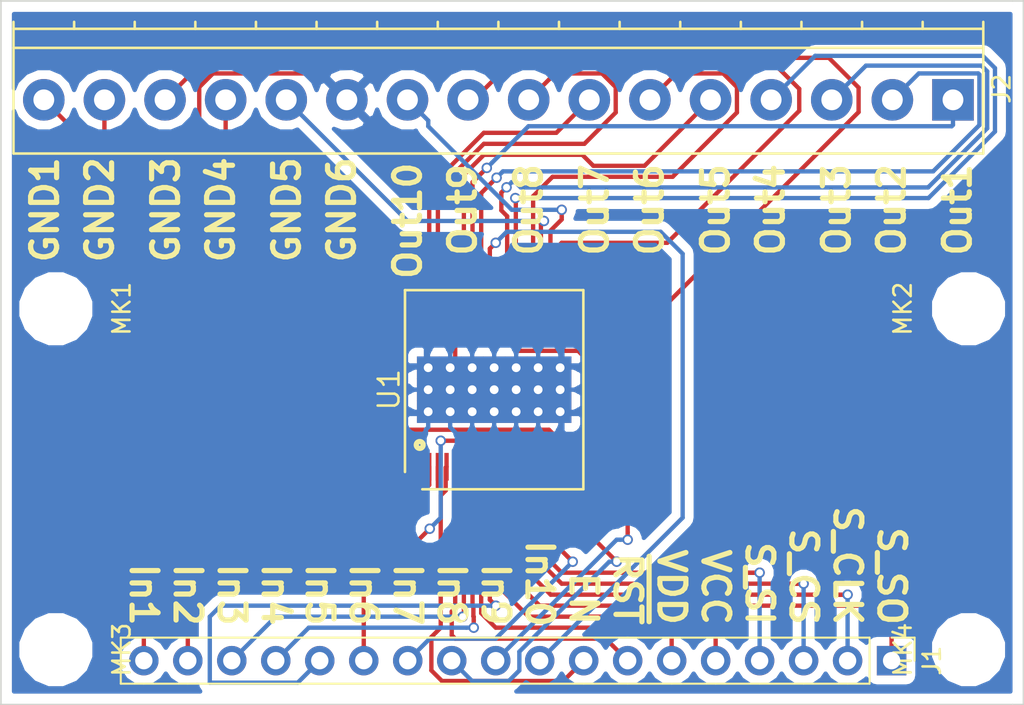
<source format=kicad_pcb>
(kicad_pcb (version 4) (host pcbnew 4.0.7)

  (general
    (links 55)
    (no_connects 0)
    (area 119.964999 82.499999 178.485001 123.240001)
    (thickness 1.6)
    (drawings 40)
    (tracks 307)
    (zones 0)
    (modules 7)
    (nets 37)
  )

  (page USLetter)
  (layers
    (0 F.Cu signal)
    (31 B.Cu signal)
    (32 B.Adhes user hide)
    (33 F.Adhes user hide)
    (34 B.Paste user hide)
    (35 F.Paste user hide)
    (36 B.SilkS user hide)
    (37 F.SilkS user)
    (38 B.Mask user)
    (39 F.Mask user)
    (40 Dwgs.User user)
    (41 Cmts.User user)
    (42 Eco1.User user hide)
    (43 Eco2.User user hide)
    (44 Edge.Cuts user)
    (45 Margin user hide)
    (46 B.CrtYd user hide)
    (47 F.CrtYd user hide)
    (48 B.Fab user hide)
    (49 F.Fab user hide)
  )

  (setup
    (last_trace_width 0.25)
    (trace_clearance 0.2)
    (zone_clearance 0.508)
    (zone_45_only no)
    (trace_min 0.2)
    (segment_width 0.2)
    (edge_width 0.1)
    (via_size 0.6)
    (via_drill 0.4)
    (via_min_size 0.4)
    (via_min_drill 0.3)
    (uvia_size 0.3)
    (uvia_drill 0.1)
    (uvias_allowed no)
    (uvia_min_size 0.2)
    (uvia_min_drill 0.1)
    (pcb_text_width 0.3)
    (pcb_text_size 1.5 1.5)
    (mod_edge_width 0.15)
    (mod_text_size 1 1)
    (mod_text_width 0.15)
    (pad_size 1.5 1.5)
    (pad_drill 0.6)
    (pad_to_mask_clearance 0)
    (aux_axis_origin 144.78 107.95)
    (grid_origin 144.78 107.95)
    (visible_elements 7FFCDFFF)
    (pcbplotparams
      (layerselection 0x00030_80000001)
      (usegerberextensions false)
      (excludeedgelayer true)
      (linewidth 0.100000)
      (plotframeref false)
      (viasonmask false)
      (mode 1)
      (useauxorigin false)
      (hpglpennumber 1)
      (hpglpenspeed 20)
      (hpglpendiameter 15)
      (hpglpenoverlay 2)
      (psnegative false)
      (psa4output false)
      (plotreference true)
      (plotvalue true)
      (plotinvisibletext false)
      (padsonsilk false)
      (subtractmaskfromsilk false)
      (outputformat 1)
      (mirror false)
      (drillshape 1)
      (scaleselection 1)
      (outputdirectory ""))
  )

  (net 0 "")
  (net 1 "Net-(U1-Pad33)")
  (net 2 "Net-(U1-Pad22)")
  (net 3 /In5)
  (net 4 /In4)
  (net 5 /In3)
  (net 6 /In2)
  (net 7 /In1)
  (net 8 /S_SO)
  (net 9 /S_CLK)
  (net 10 /S_CS)
  (net 11 /VCC)
  (net 12 /VDD)
  (net 13 /~RST)
  (net 14 /EN)
  (net 15 /In10)
  (net 16 /In9)
  (net 17 /In8)
  (net 18 /In7)
  (net 19 /In6)
  (net 20 /Out3)
  (net 21 /Out2)
  (net 22 /Out4)
  (net 23 /Out5)
  (net 24 /Out6)
  (net 25 /Out7)
  (net 26 /Out1)
  (net 27 /Out8)
  (net 28 /Out9)
  (net 29 /Out10)
  (net 30 /GND6)
  (net 31 /GND5)
  (net 32 /GND4)
  (net 33 /GND3)
  (net 34 /GND2)
  (net 35 /GND1)
  (net 36 /S_SI)

  (net_class Default "This is the default net class."
    (clearance 0.2)
    (trace_width 0.25)
    (via_dia 0.6)
    (via_drill 0.4)
    (uvia_dia 0.3)
    (uvia_drill 0.1)
    (add_net /EN)
    (add_net /GND1)
    (add_net /GND2)
    (add_net /GND3)
    (add_net /GND4)
    (add_net /GND5)
    (add_net /GND6)
    (add_net /In1)
    (add_net /In10)
    (add_net /In2)
    (add_net /In3)
    (add_net /In4)
    (add_net /In5)
    (add_net /In6)
    (add_net /In7)
    (add_net /In8)
    (add_net /In9)
    (add_net /Out1)
    (add_net /Out10)
    (add_net /Out2)
    (add_net /Out3)
    (add_net /Out4)
    (add_net /Out5)
    (add_net /Out6)
    (add_net /Out7)
    (add_net /Out8)
    (add_net /Out9)
    (add_net /S_CLK)
    (add_net /S_CS)
    (add_net /S_SI)
    (add_net /S_SO)
    (add_net /VCC)
    (add_net /VDD)
    (add_net /~RST)
    (add_net "Net-(U1-Pad22)")
    (add_net "Net-(U1-Pad33)")
  )

  (module Connectors_Terminal_Blocks:TerminalBlock_Pheonix_PT-3.5mm_16pol (layer F.Cu) (tedit 0) (tstamp 5C2D1B72)
    (at 174.995 88.265 180)
    (descr "16-way 3.5mm pitch terminal block, Phoenix PT series")
    (path /5C2D19ED)
    (fp_text reference J2 (at -2.805 0.635 270) (layer F.SilkS)
      (effects (font (size 1 1) (thickness 0.15)))
    )
    (fp_text value Screw_Terminal_01x16 (at 10.53 -3.175 180) (layer F.Fab)
      (effects (font (size 1 1) (thickness 0.15)))
    )
    (fp_line (start -1.9 -3.3) (end 54.4 -3.3) (layer F.CrtYd) (width 0.05))
    (fp_line (start -1.9 4.7) (end -1.9 -3.3) (layer F.CrtYd) (width 0.05))
    (fp_line (start 54.4 4.7) (end -1.9 4.7) (layer F.CrtYd) (width 0.05))
    (fp_line (start 54.4 -3.3) (end 54.4 4.7) (layer F.CrtYd) (width 0.05))
    (fp_line (start 50.75 4.1) (end 50.75 4.5) (layer F.SilkS) (width 0.15))
    (fp_line (start 47.25 4.1) (end 47.25 4.5) (layer F.SilkS) (width 0.15))
    (fp_line (start 40.25 4.1) (end 40.25 4.5) (layer F.SilkS) (width 0.15))
    (fp_line (start 43.75 4.1) (end 43.75 4.5) (layer F.SilkS) (width 0.15))
    (fp_line (start 36.75 4.1) (end 36.75 4.5) (layer F.SilkS) (width 0.15))
    (fp_line (start 33.25 4.1) (end 33.25 4.5) (layer F.SilkS) (width 0.15))
    (fp_line (start 26.25 4.1) (end 26.25 4.5) (layer F.SilkS) (width 0.15))
    (fp_line (start 29.75 4.1) (end 29.75 4.5) (layer F.SilkS) (width 0.15))
    (fp_line (start 22.75 4.1) (end 22.75 4.5) (layer F.SilkS) (width 0.15))
    (fp_line (start 8.75 4.1) (end 8.75 4.5) (layer F.SilkS) (width 0.15))
    (fp_line (start 19.25 4.1) (end 19.25 4.5) (layer F.SilkS) (width 0.15))
    (fp_line (start 15.75 4.1) (end 15.75 4.5) (layer F.SilkS) (width 0.15))
    (fp_line (start 1.75 4.1) (end 1.75 4.5) (layer F.SilkS) (width 0.15))
    (fp_line (start 5.25 4.1) (end 5.25 4.5) (layer F.SilkS) (width 0.15))
    (fp_line (start 12.25 4.1) (end 12.25 4.5) (layer F.SilkS) (width 0.15))
    (fp_line (start -1.75 3) (end 54.25 3) (layer F.SilkS) (width 0.15))
    (fp_line (start -1.75 4.1) (end 54.25 4.1) (layer F.SilkS) (width 0.15))
    (fp_line (start -1.75 -3.1) (end -1.75 4.5) (layer F.SilkS) (width 0.15))
    (fp_line (start 54.25 4.5) (end 54.25 -3.1) (layer F.SilkS) (width 0.15))
    (fp_line (start 54.25 -3.1) (end -1.75 -3.1) (layer F.SilkS) (width 0.15))
    (pad 3 thru_hole circle (at 7 0) (size 2.4 2.4) (drill 1.2) (layers *.Cu *.Mask)
      (net 20 /Out3))
    (pad 2 thru_hole circle (at 3.5 0) (size 2.4 2.4) (drill 1.2) (layers *.Cu *.Mask)
      (net 21 /Out2))
    (pad 4 thru_hole circle (at 10.5 0) (size 2.4 2.4) (drill 1.2) (layers *.Cu *.Mask)
      (net 22 /Out4))
    (pad 5 thru_hole circle (at 14 0) (size 2.4 2.4) (drill 1.2) (layers *.Cu *.Mask)
      (net 23 /Out5))
    (pad 6 thru_hole circle (at 17.5 0) (size 2.4 2.4) (drill 1.2) (layers *.Cu *.Mask)
      (net 24 /Out6))
    (pad 7 thru_hole circle (at 21 0) (size 2.4 2.4) (drill 1.2) (layers *.Cu *.Mask)
      (net 25 /Out7))
    (pad 1 thru_hole rect (at 0 0) (size 2.4 2.4) (drill 1.2) (layers *.Cu *.Mask)
      (net 26 /Out1))
    (pad 8 thru_hole circle (at 24.5 0) (size 2.4 2.4) (drill 1.2) (layers *.Cu *.Mask)
      (net 27 /Out8))
    (pad 9 thru_hole circle (at 28 0) (size 2.4 2.4) (drill 1.2) (layers *.Cu *.Mask)
      (net 28 /Out9))
    (pad 10 thru_hole circle (at 31.5 0) (size 2.4 2.4) (drill 1.2) (layers *.Cu *.Mask)
      (net 29 /Out10))
    (pad 11 thru_hole circle (at 35 0) (size 2.4 2.4) (drill 1.2) (layers *.Cu *.Mask)
      (net 30 /GND6))
    (pad 12 thru_hole circle (at 38.5 0) (size 2.4 2.4) (drill 1.2) (layers *.Cu *.Mask)
      (net 31 /GND5))
    (pad 13 thru_hole circle (at 42 0) (size 2.4 2.4) (drill 1.2) (layers *.Cu *.Mask)
      (net 32 /GND4))
    (pad 14 thru_hole circle (at 45.5 0) (size 2.4 2.4) (drill 1.2) (layers *.Cu *.Mask)
      (net 33 /GND3))
    (pad 15 thru_hole circle (at 49 0) (size 2.4 2.4) (drill 1.2) (layers *.Cu *.Mask)
      (net 34 /GND2))
    (pad 16 thru_hole circle (at 52.5 0) (size 2.4 2.4) (drill 1.2) (layers *.Cu *.Mask)
      (net 35 /GND1))
    (model Terminal_Blocks.3dshapes/TerminalBlock_Pheonix_PT-3.5mm_16pol.wrl
      (at (xyz 0 0 0))
      (scale (xyz 1 1 1))
      (rotate (xyz 0 0 0))
    )
  )

  (module Pin_Headers:Pin_Header_Straight_1x18_Pitch2.54mm (layer F.Cu) (tedit 59650532) (tstamp 5C2D1B5E)
    (at 171.45 120.65 270)
    (descr "Through hole straight pin header, 1x18, 2.54mm pitch, single row")
    (tags "Through hole pin header THT 1x18 2.54mm single row")
    (path /5C2D19AC)
    (fp_text reference J1 (at 0 -2.33 270) (layer F.SilkS)
      (effects (font (size 1 1) (thickness 0.15)))
    )
    (fp_text value Conn_01x18 (at -6.985 41.91 270) (layer F.Fab)
      (effects (font (size 1 1) (thickness 0.15)))
    )
    (fp_line (start -0.635 -1.27) (end 1.27 -1.27) (layer F.Fab) (width 0.1))
    (fp_line (start 1.27 -1.27) (end 1.27 44.45) (layer F.Fab) (width 0.1))
    (fp_line (start 1.27 44.45) (end -1.27 44.45) (layer F.Fab) (width 0.1))
    (fp_line (start -1.27 44.45) (end -1.27 -0.635) (layer F.Fab) (width 0.1))
    (fp_line (start -1.27 -0.635) (end -0.635 -1.27) (layer F.Fab) (width 0.1))
    (fp_line (start -1.33 44.51) (end 1.33 44.51) (layer F.SilkS) (width 0.12))
    (fp_line (start -1.33 1.27) (end -1.33 44.51) (layer F.SilkS) (width 0.12))
    (fp_line (start 1.33 1.27) (end 1.33 44.51) (layer F.SilkS) (width 0.12))
    (fp_line (start -1.33 1.27) (end 1.33 1.27) (layer F.SilkS) (width 0.12))
    (fp_line (start -1.33 0) (end -1.33 -1.33) (layer F.SilkS) (width 0.12))
    (fp_line (start -1.33 -1.33) (end 0 -1.33) (layer F.SilkS) (width 0.12))
    (fp_line (start -1.8 -1.8) (end -1.8 44.95) (layer F.CrtYd) (width 0.05))
    (fp_line (start -1.8 44.95) (end 1.8 44.95) (layer F.CrtYd) (width 0.05))
    (fp_line (start 1.8 44.95) (end 1.8 -1.8) (layer F.CrtYd) (width 0.05))
    (fp_line (start 1.8 -1.8) (end -1.8 -1.8) (layer F.CrtYd) (width 0.05))
    (fp_text user %R (at 0 21.59 360) (layer F.Fab)
      (effects (font (size 1 1) (thickness 0.15)))
    )
    (pad 1 thru_hole rect (at 0 0 270) (size 1.7 1.7) (drill 1) (layers *.Cu *.Mask)
      (net 8 /S_SO))
    (pad 2 thru_hole oval (at 0 2.54 270) (size 1.7 1.7) (drill 1) (layers *.Cu *.Mask)
      (net 9 /S_CLK))
    (pad 3 thru_hole oval (at 0 5.08 270) (size 1.7 1.7) (drill 1) (layers *.Cu *.Mask)
      (net 10 /S_CS))
    (pad 4 thru_hole oval (at 0 7.62 270) (size 1.7 1.7) (drill 1) (layers *.Cu *.Mask)
      (net 36 /S_SI))
    (pad 5 thru_hole oval (at 0 10.16 270) (size 1.7 1.7) (drill 1) (layers *.Cu *.Mask)
      (net 11 /VCC))
    (pad 6 thru_hole oval (at 0 12.7 270) (size 1.7 1.7) (drill 1) (layers *.Cu *.Mask)
      (net 12 /VDD))
    (pad 7 thru_hole oval (at 0 15.24 270) (size 1.7 1.7) (drill 1) (layers *.Cu *.Mask)
      (net 13 /~RST))
    (pad 8 thru_hole oval (at 0 17.78 270) (size 1.7 1.7) (drill 1) (layers *.Cu *.Mask)
      (net 14 /EN))
    (pad 9 thru_hole oval (at 0 20.32 270) (size 1.7 1.7) (drill 1) (layers *.Cu *.Mask)
      (net 15 /In10))
    (pad 10 thru_hole oval (at 0 22.86 270) (size 1.7 1.7) (drill 1) (layers *.Cu *.Mask)
      (net 16 /In9))
    (pad 11 thru_hole oval (at 0 25.4 270) (size 1.7 1.7) (drill 1) (layers *.Cu *.Mask)
      (net 17 /In8))
    (pad 12 thru_hole oval (at 0 27.94 270) (size 1.7 1.7) (drill 1) (layers *.Cu *.Mask)
      (net 18 /In7))
    (pad 13 thru_hole oval (at 0 30.48 270) (size 1.7 1.7) (drill 1) (layers *.Cu *.Mask)
      (net 19 /In6))
    (pad 14 thru_hole oval (at 0 33.02 270) (size 1.7 1.7) (drill 1) (layers *.Cu *.Mask)
      (net 3 /In5))
    (pad 15 thru_hole oval (at 0 35.56 270) (size 1.7 1.7) (drill 1) (layers *.Cu *.Mask)
      (net 4 /In4))
    (pad 16 thru_hole oval (at 0 38.1 270) (size 1.7 1.7) (drill 1) (layers *.Cu *.Mask)
      (net 5 /In3))
    (pad 17 thru_hole oval (at 0 40.64 270) (size 1.7 1.7) (drill 1) (layers *.Cu *.Mask)
      (net 6 /In2))
    (pad 18 thru_hole oval (at 0 43.18 270) (size 1.7 1.7) (drill 1) (layers *.Cu *.Mask)
      (net 7 /In1))
    (model ${KISYS3DMOD}/Pin_Headers.3dshapes/Pin_Header_Straight_1x18_Pitch2.54mm.wrl
      (at (xyz 0 0 0))
      (scale (xyz 1 1 1))
      (rotate (xyz 0 0 0))
    )
  )

  (module TLE8110ED:PG-DSO-36-72 (layer F.Cu) (tedit 5C2CDF8A) (tstamp 5C2D1BAF)
    (at 148.5011 105.0036)
    (path /5C2D1911)
    (fp_text reference U1 (at -6.075 0 90) (layer F.SilkS)
      (effects (font (size 1.2 1.2) (thickness 0.15)))
    )
    (fp_text value TLE8110ED (at 0.5 2.8) (layer F.Fab)
      (effects (font (size 0.8 0.7) (thickness 0.12)))
    )
    (fp_circle (center -4.3 3.19) (end -4.5 3.19) (layer F.SilkS) (width 0.3))
    (fp_line (start -5.15 -5.75) (end -5.15 4.75) (layer F.SilkS) (width 0.15))
    (fp_line (start -4.15 5.75) (end 5.15 5.75) (layer F.SilkS) (width 0.15))
    (fp_line (start 5.15 5.75) (end 5.15 -5.75) (layer F.SilkS) (width 0.15))
    (fp_line (start 5.15 -5.75) (end -5.15 -5.75) (layer F.SilkS) (width 0.15))
    (pad 36 smd rect (at -4.25 -4.45) (size 0.25 1.6) (layers F.Cu F.Paste F.Mask)
      (net 32 /GND4))
    (pad 1 smd rect (at -4.25 4.45) (size 0.25 1.6) (layers F.Cu F.Paste F.Mask)
      (net 35 /GND1))
    (pad 35 smd rect (at -3.75 -4.45) (size 0.25 1.6) (layers F.Cu F.Paste F.Mask)
      (net 25 /Out7))
    (pad 2 smd rect (at -3.75 4.45) (size 0.25 1.6) (layers F.Cu F.Paste F.Mask)
      (net 7 /In1))
    (pad 34 smd rect (at -3.25 -4.45) (size 0.25 1.6) (layers F.Cu F.Paste F.Mask)
      (net 27 /Out8))
    (pad 3 smd rect (at -3.25 4.45) (size 0.25 1.6) (layers F.Cu F.Paste F.Mask)
      (net 6 /In2))
    (pad 33 smd rect (at -2.75 -4.45) (size 0.25 1.6) (layers F.Cu F.Paste F.Mask)
      (net 1 "Net-(U1-Pad33)"))
    (pad 4 smd rect (at -2.75 4.45) (size 0.25 1.6) (layers F.Cu F.Paste F.Mask)
      (net 14 /EN))
    (pad 32 smd rect (at -2.25 -4.45) (size 0.25 1.6) (layers F.Cu F.Paste F.Mask)
      (net 30 /GND6))
    (pad 5 smd rect (at -2.25 4.45) (size 0.25 1.6) (layers F.Cu F.Paste F.Mask)
      (net 13 /~RST))
    (pad 31 smd rect (at -1.75 -4.45) (size 0.25 1.6) (layers F.Cu F.Paste F.Mask)
      (net 23 /Out5))
    (pad 6 smd rect (at -1.75 4.45) (size 0.25 1.6) (layers F.Cu F.Paste F.Mask)
      (net 5 /In3))
    (pad 30 smd rect (at -1.25 -4.45) (size 0.25 1.6) (layers F.Cu F.Paste F.Mask)
      (net 26 /Out1))
    (pad 7 smd rect (at -1.25 4.45) (size 0.25 1.6) (layers F.Cu F.Paste F.Mask)
      (net 4 /In4))
    (pad 29 smd rect (at -0.75 -4.45) (size 0.25 1.6) (layers F.Cu F.Paste F.Mask)
      (net 21 /Out2))
    (pad 8 smd rect (at -0.75 4.45) (size 0.25 1.6) (layers F.Cu F.Paste F.Mask)
      (net 12 /VDD))
    (pad 28 smd rect (at -0.25 -4.45) (size 0.25 1.6) (layers F.Cu F.Paste F.Mask)
      (net 15 /In10))
    (pad 9 smd rect (at -0.25 4.45) (size 0.25 1.6) (layers F.Cu F.Paste F.Mask)
      (net 3 /In5))
    (pad 27 smd rect (at 0.25 -4.45) (size 0.25 1.6) (layers F.Cu F.Paste F.Mask)
      (net 16 /In9))
    (pad 10 smd rect (at 0.25 4.45) (size 0.25 1.6) (layers F.Cu F.Paste F.Mask)
      (net 11 /VCC))
    (pad 26 smd rect (at 0.75 -4.45) (size 0.25 1.6) (layers F.Cu F.Paste F.Mask)
      (net 20 /Out3))
    (pad 11 smd rect (at 0.75 4.45) (size 0.25 1.6) (layers F.Cu F.Paste F.Mask)
      (net 8 /S_SO))
    (pad 25 smd rect (at 1.25 -4.45) (size 0.25 1.6) (layers F.Cu F.Paste F.Mask)
      (net 22 /Out4))
    (pad 12 smd rect (at 1.25 4.45) (size 0.25 1.6) (layers F.Cu F.Paste F.Mask)
      (net 9 /S_CLK))
    (pad 24 smd rect (at 1.75 -4.45) (size 0.25 1.6) (layers F.Cu F.Paste F.Mask)
      (net 24 /Out6))
    (pad 13 smd rect (at 1.75 4.45) (size 0.25 1.6) (layers F.Cu F.Paste F.Mask)
      (net 10 /S_CS))
    (pad 23 smd rect (at 2.25 -4.45) (size 0.25 1.6) (layers F.Cu F.Paste F.Mask)
      (net 31 /GND5))
    (pad 14 smd rect (at 2.25 4.45) (size 0.25 1.6) (layers F.Cu F.Paste F.Mask)
      (net 36 /S_SI))
    (pad 22 smd rect (at 2.75 -4.45) (size 0.25 1.6) (layers F.Cu F.Paste F.Mask)
      (net 2 "Net-(U1-Pad22)"))
    (pad 15 smd rect (at 2.75 4.45) (size 0.25 1.6) (layers F.Cu F.Paste F.Mask)
      (net 19 /In6))
    (pad 21 smd rect (at 3.25 -4.45) (size 0.25 1.6) (layers F.Cu F.Paste F.Mask)
      (net 29 /Out10))
    (pad 16 smd rect (at 3.25 4.45) (size 0.25 1.6) (layers F.Cu F.Paste F.Mask)
      (net 18 /In7))
    (pad 20 smd rect (at 3.75 -4.45) (size 0.25 1.6) (layers F.Cu F.Paste F.Mask)
      (net 28 /Out9))
    (pad 17 smd rect (at 3.75 4.45) (size 0.25 1.6) (layers F.Cu F.Paste F.Mask)
      (net 17 /In8))
    (pad 19 smd rect (at 4.25 -4.45) (size 0.25 1.6) (layers F.Cu F.Paste F.Mask)
      (net 33 /GND3))
    (pad 18 smd rect (at 4.25 4.45) (size 0.25 1.6) (layers F.Cu F.Paste F.Mask)
      (net 34 /GND2))
    (pad 37 thru_hole rect (at 3.81 0) (size 1.3 1.3) (drill 0.508) (layers *.Cu *.Mask)
      (net 30 /GND6))
    (pad 37 thru_hole rect (at -3.81 0) (size 1.3 1.3) (drill 0.508) (layers *.Cu *.Mask)
      (net 30 /GND6))
    (pad 37 thru_hole rect (at -2.54 0) (size 1.3 1.3) (drill 0.508) (layers *.Cu *.Mask)
      (net 30 /GND6))
    (pad 37 thru_hole rect (at -1.27 0) (size 1.3 1.3) (drill 0.508) (layers *.Cu *.Mask)
      (net 30 /GND6))
    (pad 37 thru_hole rect (at 0 0) (size 1.3 1.3) (drill 0.508) (layers *.Cu *.Mask)
      (net 30 /GND6))
    (pad 37 thru_hole rect (at 1.27 0) (size 1.3 1.3) (drill 0.508) (layers *.Cu *.Mask)
      (net 30 /GND6))
    (pad 37 thru_hole rect (at 2.54 0) (size 1.3 1.3) (drill 0.508) (layers *.Cu *.Mask)
      (net 30 /GND6))
    (pad 37 thru_hole rect (at 3.81 1.27) (size 1.3 1.3) (drill 0.508) (layers *.Cu *.Mask)
      (net 30 /GND6))
    (pad 37 thru_hole rect (at -3.81 1.27) (size 1.3 1.3) (drill 0.508) (layers *.Cu *.Mask)
      (net 30 /GND6))
    (pad 37 thru_hole rect (at -2.54 1.27) (size 1.3 1.3) (drill 0.508) (layers *.Cu *.Mask)
      (net 30 /GND6))
    (pad 37 thru_hole rect (at -1.27 1.27) (size 1.3 1.3) (drill 0.508) (layers *.Cu *.Mask)
      (net 30 /GND6))
    (pad 37 thru_hole rect (at 0 1.27) (size 1.3 1.3) (drill 0.508) (layers *.Cu *.Mask)
      (net 30 /GND6))
    (pad 37 thru_hole rect (at 1.27 1.27) (size 1.3 1.3) (drill 0.508) (layers *.Cu *.Mask)
      (net 30 /GND6))
    (pad 37 thru_hole rect (at 2.54 1.27) (size 1.3 1.3) (drill 0.508) (layers *.Cu *.Mask)
      (net 30 /GND6))
    (pad 37 thru_hole rect (at -3.81 -1.27) (size 1.3 1.3) (drill 0.508) (layers *.Cu *.Mask)
      (net 30 /GND6))
    (pad 37 thru_hole rect (at 3.81 -1.27) (size 1.3 1.3) (drill 0.508) (layers *.Cu *.Mask)
      (net 30 /GND6))
    (pad 37 thru_hole rect (at -2.54 -1.27) (size 1.3 1.3) (drill 0.508) (layers *.Cu *.Mask)
      (net 30 /GND6))
    (pad 37 thru_hole rect (at -1.27 -1.27) (size 1.3 1.3) (drill 0.508) (layers *.Cu *.Mask)
      (net 30 /GND6))
    (pad 37 thru_hole rect (at 0 -1.27) (size 1.3 1.3) (drill 0.508) (layers *.Cu *.Mask)
      (net 30 /GND6))
    (pad 37 thru_hole rect (at 1.27 -1.27) (size 1.3 1.3) (drill 0.508) (layers *.Cu *.Mask)
      (net 30 /GND6))
    (pad 37 thru_hole rect (at 2.54 -1.27) (size 1.3 1.3) (drill 0.508) (layers *.Cu *.Mask)
      (net 30 /GND6))
  )

  (module Mounting_Holes:MountingHole_3.2mm_M3_DIN965 (layer F.Cu) (tedit 56D1B4CB) (tstamp 5C2E7576)
    (at 123.19 100.33 270)
    (descr "Mounting Hole 3.2mm, no annular, M3, DIN965")
    (tags "mounting hole 3.2mm no annular m3 din965")
    (path /5C2E7411)
    (fp_text reference MK1 (at 0 -3.8 270) (layer F.SilkS)
      (effects (font (size 1 1) (thickness 0.15)))
    )
    (fp_text value Mounting_Hole (at 0 3.8 270) (layer F.Fab)
      (effects (font (size 1 1) (thickness 0.15)))
    )
    (fp_circle (center 0 0) (end 2.8 0) (layer Cmts.User) (width 0.15))
    (fp_circle (center 0 0) (end 3.05 0) (layer F.CrtYd) (width 0.05))
    (pad 1 np_thru_hole circle (at 0 0 270) (size 3.2 3.2) (drill 3.2) (layers *.Cu *.Mask))
  )

  (module Mounting_Holes:MountingHole_3.2mm_M3_DIN965 (layer F.Cu) (tedit 56D1B4CB) (tstamp 5C2E757B)
    (at 175.895 100.33 90)
    (descr "Mounting Hole 3.2mm, no annular, M3, DIN965")
    (tags "mounting hole 3.2mm no annular m3 din965")
    (path /5C2E7487)
    (fp_text reference MK2 (at 0 -3.8 90) (layer F.SilkS)
      (effects (font (size 1 1) (thickness 0.15)))
    )
    (fp_text value Mounting_Hole (at 0 3.8 90) (layer F.Fab)
      (effects (font (size 1 1) (thickness 0.15)))
    )
    (fp_circle (center 0 0) (end 2.8 0) (layer Cmts.User) (width 0.15))
    (fp_circle (center 0 0) (end 3.05 0) (layer F.CrtYd) (width 0.05))
    (pad 1 np_thru_hole circle (at 0 0 90) (size 3.2 3.2) (drill 3.2) (layers *.Cu *.Mask))
  )

  (module Mounting_Holes:MountingHole_3.2mm_M3_DIN965 (layer F.Cu) (tedit 56D1B4CB) (tstamp 5C2E7580)
    (at 123.19 120.015 270)
    (descr "Mounting Hole 3.2mm, no annular, M3, DIN965")
    (tags "mounting hole 3.2mm no annular m3 din965")
    (path /5C2E7432)
    (fp_text reference MK3 (at 0 -3.8 270) (layer F.SilkS)
      (effects (font (size 1 1) (thickness 0.15)))
    )
    (fp_text value Mounting_Hole (at 0 3.8 270) (layer F.Fab)
      (effects (font (size 1 1) (thickness 0.15)))
    )
    (fp_circle (center 0 0) (end 2.8 0) (layer Cmts.User) (width 0.15))
    (fp_circle (center 0 0) (end 3.05 0) (layer F.CrtYd) (width 0.05))
    (pad 1 np_thru_hole circle (at 0 0 270) (size 3.2 3.2) (drill 3.2) (layers *.Cu *.Mask))
  )

  (module Mounting_Holes:MountingHole_3.2mm_M3_DIN965 (layer F.Cu) (tedit 56D1B4CB) (tstamp 5C2E7585)
    (at 175.895 120.015 90)
    (descr "Mounting Hole 3.2mm, no annular, M3, DIN965")
    (tags "mounting hole 3.2mm no annular m3 din965")
    (path /5C2E74A8)
    (fp_text reference MK4 (at 0 -3.8 90) (layer F.SilkS)
      (effects (font (size 1 1) (thickness 0.15)))
    )
    (fp_text value Mounting_Hole (at 0 3.8 90) (layer F.Fab)
      (effects (font (size 1 1) (thickness 0.15)))
    )
    (fp_circle (center 0 0) (end 2.8 0) (layer Cmts.User) (width 0.15))
    (fp_circle (center 0 0) (end 3.05 0) (layer F.CrtYd) (width 0.05))
    (pad 1 np_thru_hole circle (at 0 0 90) (size 3.2 3.2) (drill 3.2) (layers *.Cu *.Mask))
  )

  (gr_line (start 179.07 123.19) (end 178.435 123.19) (layer Edge.Cuts) (width 0.1))
  (gr_line (start 178.435 82.55) (end 179.07 82.55) (layer Edge.Cuts) (width 0.1))
  (gr_text S_SO (at 171.45 118.745 270) (layer F.SilkS) (tstamp 5C2E722C)
    (effects (font (size 1.5 1.5) (thickness 0.3)) (justify right))
  )
  (gr_text S_CLK (at 168.91 118.745 270) (layer F.SilkS) (tstamp 5C2E7229)
    (effects (font (size 1.5 1.5) (thickness 0.3)) (justify right))
  )
  (gr_text S_CS (at 166.37 118.745 270) (layer F.SilkS) (tstamp 5C2E7227)
    (effects (font (size 1.5 1.5) (thickness 0.3)) (justify right))
  )
  (gr_text S_SI (at 163.83 118.745 270) (layer F.SilkS) (tstamp 5C2E7221)
    (effects (font (size 1.5 1.5) (thickness 0.3)) (justify right))
  )
  (gr_text VCC (at 161.29 118.745 270) (layer F.SilkS) (tstamp 5C2E721F)
    (effects (font (size 1.5 1.5) (thickness 0.3)) (justify right))
  )
  (gr_text VDD (at 158.75 118.745 270) (layer F.SilkS) (tstamp 5C2E7209)
    (effects (font (size 1.5 1.5) (thickness 0.3)) (justify right))
  )
  (gr_text ~RST (at 156.21 118.745 270) (layer F.SilkS) (tstamp 5C2E71B6)
    (effects (font (size 1.5 1.5) (thickness 0.3)) (justify right))
  )
  (gr_text EN (at 153.67 118.745 270) (layer F.SilkS) (tstamp 5C2E71B3)
    (effects (font (size 1.5 1.5) (thickness 0.3)) (justify right))
  )
  (gr_text In10 (at 151.13 116.205 270) (layer F.SilkS) (tstamp 5C2E71B1)
    (effects (font (size 1.5 1.5) (thickness 0.3)))
  )
  (gr_text In9 (at 148.59 116.84 270) (layer F.SilkS) (tstamp 5C2E71AC)
    (effects (font (size 1.5 1.5) (thickness 0.3)))
  )
  (gr_text In8 (at 146.05 116.84 270) (layer F.SilkS) (tstamp 5C2E71A9)
    (effects (font (size 1.5 1.5) (thickness 0.3)))
  )
  (gr_text In7 (at 143.51 116.84 270) (layer F.SilkS) (tstamp 5C2E71A7)
    (effects (font (size 1.5 1.5) (thickness 0.3)))
  )
  (gr_text In6 (at 140.97 116.84 270) (layer F.SilkS) (tstamp 5C2E71A5)
    (effects (font (size 1.5 1.5) (thickness 0.3)))
  )
  (gr_text In5 (at 138.43 116.84 270) (layer F.SilkS) (tstamp 5C2E71A2)
    (effects (font (size 1.5 1.5) (thickness 0.3)))
  )
  (gr_text In4 (at 135.89 116.84 270) (layer F.SilkS) (tstamp 5C2E71A0)
    (effects (font (size 1.5 1.5) (thickness 0.3)))
  )
  (gr_text In3 (at 133.35 116.84 270) (layer F.SilkS) (tstamp 5C2E719E)
    (effects (font (size 1.5 1.5) (thickness 0.3)))
  )
  (gr_text In2 (at 130.81 116.84 270) (layer F.SilkS) (tstamp 5C2E719A)
    (effects (font (size 1.5 1.5) (thickness 0.3)))
  )
  (gr_text In1 (at 128.27 116.84 270) (layer F.SilkS) (tstamp 5C2E7182)
    (effects (font (size 1.5 1.5) (thickness 0.3)))
  )
  (gr_text Out10 (at 143.51 95.25 90) (layer F.SilkS) (tstamp 5C2E7121)
    (effects (font (size 1.5 1.5) (thickness 0.3)))
  )
  (gr_text Out9 (at 146.685 94.615 90) (layer F.SilkS) (tstamp 5C2E711F)
    (effects (font (size 1.5 1.5) (thickness 0.3)))
  )
  (gr_text Out8 (at 150.495 94.615 90) (layer F.SilkS) (tstamp 5C2E711A)
    (effects (font (size 1.5 1.5) (thickness 0.3)))
  )
  (gr_text Out7 (at 154.305 94.615 90) (layer F.SilkS) (tstamp 5C2E7116)
    (effects (font (size 1.5 1.5) (thickness 0.3)))
  )
  (gr_text Out1 (at 175.26 94.615 90) (layer F.SilkS) (tstamp 5C2E7111)
    (effects (font (size 1.5 1.5) (thickness 0.3)))
  )
  (gr_text Out2 (at 171.45 94.615 90) (layer F.SilkS) (tstamp 5C2E710E)
    (effects (font (size 1.5 1.5) (thickness 0.3)))
  )
  (gr_text Out3 (at 168.275 94.615 90) (layer F.SilkS) (tstamp 5C2E710C)
    (effects (font (size 1.5 1.5) (thickness 0.3)))
  )
  (gr_text Out4 (at 164.465 94.615 90) (layer F.SilkS) (tstamp 5C2E7107)
    (effects (font (size 1.5 1.5) (thickness 0.3)))
  )
  (gr_text Out5 (at 161.29 94.615 90) (layer F.SilkS) (tstamp 5C2E7104)
    (effects (font (size 1.5 1.5) (thickness 0.3)))
  )
  (gr_text Out6 (at 157.48 94.615 90) (layer F.SilkS) (tstamp 5C2E70F6)
    (effects (font (size 1.5 1.5) (thickness 0.3)))
  )
  (gr_text GND6 (at 139.7 94.615 90) (layer F.SilkS) (tstamp 5C2E70CB)
    (effects (font (size 1.5 1.5) (thickness 0.3)))
  )
  (gr_text GND5 (at 136.525 94.615 90) (layer F.SilkS) (tstamp 5C2E70C6)
    (effects (font (size 1.5 1.5) (thickness 0.3)))
  )
  (gr_text GND4 (at 132.715 94.615 90) (layer F.SilkS) (tstamp 5C2E70B7)
    (effects (font (size 1.5 1.5) (thickness 0.3)))
  )
  (gr_text GND3 (at 129.54 94.615 90) (layer F.SilkS) (tstamp 5C2E70B2)
    (effects (font (size 1.5 1.5) (thickness 0.3)))
  )
  (gr_text GND2 (at 125.73 94.615 90) (layer F.SilkS) (tstamp 5C2E70AD)
    (effects (font (size 1.5 1.5) (thickness 0.3)))
  )
  (gr_text GND1 (at 122.555 94.615 90) (layer F.SilkS)
    (effects (font (size 1.5 1.5) (thickness 0.3)))
  )
  (gr_line (start 120.015 123.19) (end 120.015 82.55) (layer Edge.Cuts) (width 0.1))
  (gr_line (start 178.435 123.19) (end 120.015 123.19) (layer Edge.Cuts) (width 0.1))
  (gr_line (start 179.07 82.55) (end 179.07 123.19) (layer Edge.Cuts) (width 0.1))
  (gr_line (start 120.015 82.55) (end 178.435 82.55) (layer Edge.Cuts) (width 0.1))

  (segment (start 132.08 118.11) (end 132.715 117.475) (width 0.25) (layer B.Cu) (net 3))
  (segment (start 132.08 121.92) (end 132.08 118.11) (width 0.25) (layer B.Cu) (net 3))
  (segment (start 137.16 121.92) (end 132.08 121.92) (width 0.25) (layer B.Cu) (net 3))
  (segment (start 138.43 120.65) (end 137.16 121.92) (width 0.25) (layer B.Cu) (net 3))
  (segment (start 148.2511 117.1361) (end 148.290001 117.175001) (width 0.25) (layer F.Cu) (net 3))
  (segment (start 148.290001 117.175001) (end 148.59 117.475) (width 0.25) (layer F.Cu) (net 3))
  (segment (start 148.2511 109.4536) (end 148.2511 117.1361) (width 0.25) (layer F.Cu) (net 3))
  (segment (start 132.715 117.475) (end 148.59 117.475) (width 0.25) (layer B.Cu) (net 3))
  (via (at 148.59 117.475) (size 0.6) (drill 0.4) (layers F.Cu B.Cu) (net 3))
  (segment (start 147.319988 118.320736) (end 147.319988 118.745) (width 0.25) (layer F.Cu) (net 4))
  (segment (start 147.2511 109.4536) (end 147.2511 117.407511) (width 0.25) (layer F.Cu) (net 4))
  (segment (start 147.319988 118.111399) (end 147.319988 118.320736) (width 0.25) (layer F.Cu) (net 4))
  (segment (start 147.301089 117.4575) (end 147.301089 118.0925) (width 0.25) (layer F.Cu) (net 4))
  (segment (start 147.2511 117.407511) (end 147.301089 117.4575) (width 0.25) (layer F.Cu) (net 4))
  (segment (start 147.301089 118.0925) (end 147.319988 118.111399) (width 0.25) (layer F.Cu) (net 4))
  (segment (start 146.895724 118.745) (end 147.319988 118.745) (width 0.25) (layer B.Cu) (net 4))
  (segment (start 135.89 120.65) (end 137.795 118.745) (width 0.25) (layer B.Cu) (net 4))
  (segment (start 137.795 118.745) (end 146.895724 118.745) (width 0.25) (layer B.Cu) (net 4))
  (via (at 147.319988 118.745) (size 0.6) (drill 0.4) (layers F.Cu B.Cu) (net 4))
  (segment (start 147.32 118.745) (end 147.319988 118.745) (width 0.25) (layer B.Cu) (net 4))
  (via (at 146.67633 118.110246) (size 0.6) (drill 0.4) (layers F.Cu B.Cu) (net 5))
  (segment (start 146.7511 109.4536) (end 146.7511 118.035476) (width 0.25) (layer F.Cu) (net 5))
  (segment (start 135.889754 118.110246) (end 146.252066 118.110246) (width 0.25) (layer B.Cu) (net 5))
  (segment (start 133.35 120.65) (end 135.889754 118.110246) (width 0.25) (layer B.Cu) (net 5))
  (segment (start 146.7511 118.035476) (end 146.67633 118.110246) (width 0.25) (layer F.Cu) (net 5))
  (segment (start 146.252066 118.110246) (end 146.67633 118.110246) (width 0.25) (layer B.Cu) (net 5))
  (segment (start 131.62999 116.02001) (end 130.81 116.84) (width 0.25) (layer F.Cu) (net 6))
  (segment (start 130.81 116.84) (end 130.81 120.65) (width 0.25) (layer F.Cu) (net 6))
  (segment (start 139.8711 116.02001) (end 131.62999 116.02001) (width 0.25) (layer F.Cu) (net 6))
  (segment (start 145.2511 109.4536) (end 145.2511 110.64001) (width 0.25) (layer F.Cu) (net 6))
  (segment (start 129.54 115.57) (end 128.27 116.84) (width 0.25) (layer F.Cu) (net 7))
  (segment (start 128.27 116.84) (end 128.27 120.65) (width 0.25) (layer F.Cu) (net 7))
  (segment (start 139.6847 115.57) (end 129.54 115.57) (width 0.25) (layer F.Cu) (net 7))
  (segment (start 144.7511 109.4536) (end 144.7511 110.5036) (width 0.25) (layer F.Cu) (net 7))
  (segment (start 144.7511 110.5036) (end 139.6847 115.57) (width 0.25) (layer F.Cu) (net 7))
  (segment (start 149.2511 109.4536) (end 149.2511 115.5961) (width 0.25) (layer F.Cu) (net 8))
  (segment (start 151.13 117.475) (end 171.45 117.475) (width 0.25) (layer F.Cu) (net 8))
  (segment (start 149.2511 115.5961) (end 151.13 117.475) (width 0.25) (layer F.Cu) (net 8))
  (segment (start 171.45 117.475) (end 171.45 120.65) (width 0.25) (layer F.Cu) (net 8))
  (segment (start 168.485736 116.84) (end 168.91 116.84) (width 0.25) (layer F.Cu) (net 9))
  (segment (start 151.765 116.84) (end 168.485736 116.84) (width 0.25) (layer F.Cu) (net 9))
  (segment (start 149.7511 114.8261) (end 151.765 116.84) (width 0.25) (layer F.Cu) (net 9))
  (segment (start 149.7511 109.4536) (end 149.7511 114.8261) (width 0.25) (layer F.Cu) (net 9))
  (segment (start 168.275 116.84) (end 168.91 116.84) (width 0.25) (layer F.Cu) (net 9))
  (segment (start 168.91 120.65) (end 168.91 116.84) (width 0.25) (layer B.Cu) (net 9))
  (via (at 168.91 116.84) (size 0.6) (drill 0.4) (layers F.Cu B.Cu) (net 9))
  (segment (start 165.945736 116.205) (end 166.37 116.205) (width 0.25) (layer F.Cu) (net 10))
  (segment (start 152.398589 116.205) (end 165.945736 116.205) (width 0.25) (layer F.Cu) (net 10))
  (segment (start 150.2511 114.057511) (end 152.398589 116.205) (width 0.25) (layer F.Cu) (net 10))
  (segment (start 150.2511 109.4536) (end 150.2511 114.057511) (width 0.25) (layer F.Cu) (net 10))
  (segment (start 165.735 116.205) (end 166.37 116.205) (width 0.25) (layer F.Cu) (net 10))
  (via (at 166.37 116.205) (size 0.6) (drill 0.4) (layers F.Cu B.Cu) (net 10))
  (segment (start 166.37 120.65) (end 166.37 116.205) (width 0.25) (layer B.Cu) (net 10))
  (segment (start 148.7511 109.4536) (end 148.7511 116.3661) (width 0.25) (layer F.Cu) (net 11))
  (segment (start 148.7511 116.3661) (end 150.495 118.11) (width 0.25) (layer F.Cu) (net 11))
  (segment (start 150.495 118.11) (end 161.29 118.11) (width 0.25) (layer F.Cu) (net 11))
  (segment (start 161.29 118.11) (end 161.29 120.65) (width 0.25) (layer F.Cu) (net 11))
  (segment (start 147.7511 109.4536) (end 147.7511 117.9061) (width 0.25) (layer F.Cu) (net 12))
  (segment (start 147.7511 117.9061) (end 148.59 118.745) (width 0.25) (layer F.Cu) (net 12))
  (segment (start 148.59 118.745) (end 158.75 118.745) (width 0.25) (layer F.Cu) (net 12))
  (segment (start 158.75 118.745) (end 158.75 120.65) (width 0.25) (layer F.Cu) (net 12))
  (segment (start 147.7511 109.4536) (end 147.7511 110.0589) (width 0.25) (layer F.Cu) (net 12))
  (segment (start 154.94 119.38) (end 155.360001 119.800001) (width 0.25) (layer F.Cu) (net 13))
  (segment (start 155.360001 119.800001) (end 156.21 120.65) (width 0.25) (layer F.Cu) (net 13))
  (segment (start 146.2511 109.4536) (end 146.2511 117.610472) (width 0.25) (layer F.Cu) (net 13))
  (segment (start 146.2511 119.38) (end 154.94 119.38) (width 0.25) (layer F.Cu) (net 13))
  (segment (start 146.051328 119.180228) (end 146.2511 119.38) (width 0.25) (layer F.Cu) (net 13))
  (segment (start 146.2511 117.610472) (end 146.051328 117.810244) (width 0.25) (layer F.Cu) (net 13))
  (segment (start 146.051328 117.810244) (end 146.051328 119.180228) (width 0.25) (layer F.Cu) (net 13))
  (segment (start 153.67 120.65) (end 152.494999 121.825001) (width 0.25) (layer F.Cu) (net 14))
  (segment (start 152.494999 121.825001) (end 145.485999 121.825001) (width 0.25) (layer F.Cu) (net 14))
  (segment (start 144.874999 121.214001) (end 144.874999 119.285001) (width 0.25) (layer F.Cu) (net 14))
  (segment (start 145.485999 121.825001) (end 144.874999 121.214001) (width 0.25) (layer F.Cu) (net 14))
  (segment (start 144.874999 119.285001) (end 145.415 118.745) (width 0.25) (layer F.Cu) (net 14))
  (segment (start 145.7511 109.4536) (end 145.70111 109.50359) (width 0.25) (layer F.Cu) (net 14))
  (segment (start 145.70111 109.50359) (end 145.701109 110.826411) (width 0.25) (layer F.Cu) (net 14))
  (segment (start 145.701109 110.826411) (end 145.415 111.11252) (width 0.25) (layer F.Cu) (net 14))
  (segment (start 145.415 111.11252) (end 145.415 118.745) (width 0.25) (layer F.Cu) (net 14))
  (segment (start 158.115 95.885) (end 149.225 95.885) (width 0.25) (layer B.Cu) (net 15))
  (segment (start 149.225 95.885) (end 148.59 96.52) (width 0.25) (layer B.Cu) (net 15))
  (segment (start 159.385 112.395) (end 159.385 97.155) (width 0.25) (layer B.Cu) (net 15))
  (segment (start 151.13 120.65) (end 159.385 112.395) (width 0.25) (layer B.Cu) (net 15))
  (segment (start 159.385 97.155) (end 158.115 95.885) (width 0.25) (layer B.Cu) (net 15))
  (segment (start 148.290001 96.819999) (end 148.59 96.52) (width 0.25) (layer F.Cu) (net 15))
  (segment (start 148.2511 96.8589) (end 148.290001 96.819999) (width 0.25) (layer F.Cu) (net 15))
  (segment (start 148.2511 100.5536) (end 148.2511 96.8589) (width 0.25) (layer F.Cu) (net 15))
  (via (at 148.59 96.52) (size 0.6) (drill 0.4) (layers F.Cu B.Cu) (net 15))
  (segment (start 156.209994 113.240736) (end 156.209994 113.665) (width 0.25) (layer F.Cu) (net 16))
  (segment (start 153.347863 102.758599) (end 156.209994 105.62073) (width 0.25) (layer F.Cu) (net 16))
  (segment (start 149.906099 102.758599) (end 153.347863 102.758599) (width 0.25) (layer F.Cu) (net 16))
  (segment (start 148.7511 100.5536) (end 148.7511 101.6036) (width 0.25) (layer F.Cu) (net 16))
  (segment (start 155.575 113.665) (end 155.78573 113.665) (width 0.25) (layer B.Cu) (net 16))
  (segment (start 148.59 120.65) (end 155.575 113.665) (width 0.25) (layer B.Cu) (net 16))
  (via (at 156.209994 113.665) (size 0.6) (drill 0.4) (layers F.Cu B.Cu) (net 16))
  (segment (start 156.209994 105.62073) (end 156.209994 113.240736) (width 0.25) (layer F.Cu) (net 16))
  (segment (start 148.7511 101.6036) (end 149.906099 102.758599) (width 0.25) (layer F.Cu) (net 16))
  (segment (start 155.78573 113.665) (end 156.209994 113.665) (width 0.25) (layer B.Cu) (net 16))
  (segment (start 155.150744 114.935) (end 155.575008 114.935) (width 0.25) (layer B.Cu) (net 17))
  (segment (start 149.954999 120.130745) (end 155.150744 114.935) (width 0.25) (layer B.Cu) (net 17))
  (segment (start 149.954999 121.214001) (end 149.954999 120.130745) (width 0.25) (layer B.Cu) (net 17))
  (segment (start 147.225001 121.825001) (end 149.343999 121.825001) (width 0.25) (layer B.Cu) (net 17))
  (segment (start 146.05 120.65) (end 147.225001 121.825001) (width 0.25) (layer B.Cu) (net 17))
  (segment (start 155.275009 114.635001) (end 155.575008 114.935) (width 0.25) (layer F.Cu) (net 17))
  (segment (start 152.2511 111.611092) (end 155.275009 114.635001) (width 0.25) (layer F.Cu) (net 17))
  (segment (start 152.2511 109.4536) (end 152.2511 111.611092) (width 0.25) (layer F.Cu) (net 17))
  (segment (start 149.343999 121.825001) (end 149.954999 121.214001) (width 0.25) (layer B.Cu) (net 17))
  (via (at 155.575008 114.935) (size 0.6) (drill 0.4) (layers F.Cu B.Cu) (net 17))
  (segment (start 151.7511 113.6511) (end 152.735001 114.635001) (width 0.25) (layer F.Cu) (net 18))
  (segment (start 151.7511 109.4536) (end 151.7511 113.6511) (width 0.25) (layer F.Cu) (net 18))
  (segment (start 148.59 119.38) (end 152.735001 115.234999) (width 0.25) (layer B.Cu) (net 18))
  (segment (start 144.78 119.38) (end 148.59 119.38) (width 0.25) (layer B.Cu) (net 18))
  (segment (start 143.51 120.65) (end 144.78 119.38) (width 0.25) (layer B.Cu) (net 18))
  (segment (start 152.735001 115.234999) (end 153.035 114.935) (width 0.25) (layer B.Cu) (net 18))
  (segment (start 152.735001 114.635001) (end 153.035 114.935) (width 0.25) (layer F.Cu) (net 18))
  (via (at 153.035 114.935) (size 0.6) (drill 0.4) (layers F.Cu B.Cu) (net 18))
  (segment (start 152.4 114.3) (end 153.035 114.935) (width 0.25) (layer F.Cu) (net 18))
  (segment (start 144.78 113.03) (end 140.97 116.84) (width 0.25) (layer F.Cu) (net 19))
  (segment (start 140.97 116.84) (end 140.97 120.65) (width 0.25) (layer F.Cu) (net 19))
  (segment (start 145.415 107.95) (end 145.415 112.395) (width 0.25) (layer B.Cu) (net 19))
  (segment (start 145.415 112.395) (end 144.78 113.03) (width 0.25) (layer B.Cu) (net 19))
  (via (at 144.78 113.03) (size 0.6) (drill 0.4) (layers F.Cu B.Cu) (net 19))
  (segment (start 151.2511 108.0711) (end 151.13 107.95) (width 0.25) (layer F.Cu) (net 19))
  (segment (start 151.13 107.95) (end 145.415 107.95) (width 0.25) (layer F.Cu) (net 19))
  (via (at 145.415 107.95) (size 0.6) (drill 0.4) (layers F.Cu B.Cu) (net 19))
  (segment (start 151.2511 109.4536) (end 151.2511 108.0711) (width 0.25) (layer F.Cu) (net 19))
  (segment (start 176.97001 89.911401) (end 173.557569 93.323842) (width 0.25) (layer B.Cu) (net 20))
  (segment (start 169.970011 86.289989) (end 176.641401 86.289989) (width 0.25) (layer B.Cu) (net 20))
  (segment (start 149.728495 93.01818) (end 149.515885 93.01818) (width 0.25) (layer B.Cu) (net 20))
  (segment (start 148.915887 93.618178) (end 149.215886 93.318179) (width 0.25) (layer F.Cu) (net 20))
  (segment (start 149.515885 93.01818) (end 149.215886 93.318179) (width 0.25) (layer B.Cu) (net 20))
  (via (at 149.215886 93.318179) (size 0.6) (drill 0.4) (layers F.Cu B.Cu) (net 20))
  (segment (start 148.915887 94.650885) (end 148.915887 93.618178) (width 0.25) (layer F.Cu) (net 20))
  (segment (start 149.2511 100.5536) (end 149.2511 94.986098) (width 0.25) (layer F.Cu) (net 20))
  (segment (start 167.995 88.265) (end 169.970011 86.289989) (width 0.25) (layer B.Cu) (net 20))
  (segment (start 173.557569 93.323842) (end 150.034157 93.323842) (width 0.25) (layer B.Cu) (net 20))
  (segment (start 150.034157 93.323842) (end 149.728495 93.01818) (width 0.25) (layer B.Cu) (net 20))
  (segment (start 176.641401 86.289989) (end 176.97001 86.618598) (width 0.25) (layer B.Cu) (net 20))
  (segment (start 149.2511 94.986098) (end 148.915887 94.650885) (width 0.25) (layer F.Cu) (net 20))
  (segment (start 176.97001 86.618598) (end 176.97001 89.911401) (width 0.25) (layer B.Cu) (net 20))
  (segment (start 147.7511 100.5536) (end 147.7511 93.651726) (width 0.25) (layer F.Cu) (net 21))
  (segment (start 148.941104 92.461722) (end 148.641105 92.761721) (width 0.25) (layer B.Cu) (net 21))
  (via (at 148.641105 92.761721) (size 0.6) (drill 0.4) (layers F.Cu B.Cu) (net 21))
  (segment (start 148.341106 93.06172) (end 148.641105 92.761721) (width 0.25) (layer F.Cu) (net 21))
  (segment (start 147.7511 93.651726) (end 148.341106 93.06172) (width 0.25) (layer F.Cu) (net 21))
  (segment (start 173.02 86.74) (end 176.455001 86.739999) (width 0.25) (layer B.Cu) (net 21))
  (segment (start 176.520001 86.804999) (end 176.520001 89.725001) (width 0.25) (layer B.Cu) (net 21))
  (segment (start 173.849703 92.395299) (end 149.007527 92.395299) (width 0.25) (layer B.Cu) (net 21))
  (segment (start 176.455001 86.739999) (end 176.520001 86.804999) (width 0.25) (layer B.Cu) (net 21))
  (segment (start 149.007527 92.395299) (end 148.941104 92.461722) (width 0.25) (layer B.Cu) (net 21))
  (segment (start 171.495 88.265) (end 173.02 86.74) (width 0.25) (layer B.Cu) (net 21))
  (segment (start 176.520001 89.725001) (end 173.849703 92.395299) (width 0.25) (layer B.Cu) (net 21))
  (segment (start 147.701101 100.503601) (end 147.7511 100.5536) (width 0.25) (layer F.Cu) (net 21))
  (segment (start 149.7511 100.5536) (end 149.7511 93.965787) (width 0.25) (layer F.Cu) (net 22))
  (via (at 149.722584 93.937271) (size 0.6) (drill 0.4) (layers F.Cu B.Cu) (net 22))
  (segment (start 167.035 85.725) (end 176.712822 85.725) (width 0.25) (layer B.Cu) (net 22))
  (segment (start 177.42002 90.0978) (end 173.580549 93.937271) (width 0.25) (layer B.Cu) (net 22))
  (segment (start 176.712822 85.725) (end 177.420019 86.432197) (width 0.25) (layer B.Cu) (net 22))
  (segment (start 150.146848 93.937271) (end 149.722584 93.937271) (width 0.25) (layer B.Cu) (net 22))
  (segment (start 149.7511 93.965787) (end 149.722584 93.937271) (width 0.25) (layer F.Cu) (net 22))
  (segment (start 173.580549 93.937271) (end 150.146848 93.937271) (width 0.25) (layer B.Cu) (net 22))
  (segment (start 177.420019 86.432197) (end 177.42002 90.0978) (width 0.25) (layer B.Cu) (net 22))
  (segment (start 164.495 88.265) (end 167.035 85.725) (width 0.25) (layer B.Cu) (net 22))
  (segment (start 159.795001 89.464999) (end 160.995 88.265) (width 0.25) (layer F.Cu) (net 23))
  (segment (start 157.185 92.075) (end 159.795001 89.464999) (width 0.25) (layer F.Cu) (net 23))
  (segment (start 154.227776 92.075) (end 157.185 92.075) (width 0.25) (layer F.Cu) (net 23))
  (segment (start 146.7511 100.5536) (end 146.7511 92.595337) (width 0.25) (layer F.Cu) (net 23))
  (segment (start 146.7511 92.595337) (end 147.906437 91.44) (width 0.25) (layer F.Cu) (net 23))
  (segment (start 147.906437 91.44) (end 153.592776 91.44) (width 0.25) (layer F.Cu) (net 23))
  (segment (start 153.592776 91.44) (end 154.227776 92.075) (width 0.25) (layer F.Cu) (net 23))
  (segment (start 151.872126 92.71) (end 150.750023 93.832103) (width 0.25) (layer F.Cu) (net 24))
  (segment (start 159.020001 86.739999) (end 161.727001 86.739999) (width 0.25) (layer F.Cu) (net 24))
  (segment (start 162.520001 88.997001) (end 158.807002 92.71) (width 0.25) (layer F.Cu) (net 24))
  (segment (start 150.750023 93.832103) (end 150.750023 97.192801) (width 0.25) (layer F.Cu) (net 24))
  (segment (start 150.750023 97.192801) (end 150.2511 97.691723) (width 0.25) (layer F.Cu) (net 24))
  (segment (start 150.2511 97.691723) (end 150.2511 99.5036) (width 0.25) (layer F.Cu) (net 24))
  (segment (start 157.495 88.265) (end 159.020001 86.739999) (width 0.25) (layer F.Cu) (net 24))
  (segment (start 161.727001 86.739999) (end 162.520001 87.532999) (width 0.25) (layer F.Cu) (net 24))
  (segment (start 162.520001 87.532999) (end 162.520001 88.997001) (width 0.25) (layer F.Cu) (net 24))
  (segment (start 150.2511 99.5036) (end 150.2511 100.5536) (width 0.25) (layer F.Cu) (net 24))
  (segment (start 158.807002 92.71) (end 151.872126 92.71) (width 0.25) (layer F.Cu) (net 24))
  (segment (start 152.09 90.17) (end 152.795001 89.464999) (width 0.25) (layer F.Cu) (net 25))
  (segment (start 144.7511 93.322515) (end 147.903615 90.17) (width 0.25) (layer F.Cu) (net 25))
  (segment (start 147.903615 90.17) (end 152.09 90.17) (width 0.25) (layer F.Cu) (net 25))
  (segment (start 152.795001 89.464999) (end 153.995 88.265) (width 0.25) (layer F.Cu) (net 25))
  (segment (start 144.7511 100.5536) (end 144.7511 93.322515) (width 0.25) (layer F.Cu) (net 25))
  (via (at 148.075722 92.195717) (size 0.6) (drill 0.4) (layers F.Cu B.Cu) (net 26))
  (segment (start 174.919999 89.790001) (end 150.481438 89.790001) (width 0.25) (layer B.Cu) (net 26))
  (segment (start 150.481438 89.790001) (end 148.375721 91.895718) (width 0.25) (layer B.Cu) (net 26))
  (segment (start 174.995 88.265) (end 174.995 89.715) (width 0.25) (layer B.Cu) (net 26))
  (segment (start 174.995 89.715) (end 174.919999 89.790001) (width 0.25) (layer B.Cu) (net 26))
  (segment (start 147.2511 93.020339) (end 147.775723 92.495716) (width 0.25) (layer F.Cu) (net 26))
  (segment (start 148.375721 91.895718) (end 148.075722 92.195717) (width 0.25) (layer B.Cu) (net 26))
  (segment (start 147.2511 100.5536) (end 147.2511 93.020339) (width 0.25) (layer F.Cu) (net 26))
  (segment (start 147.775723 92.495716) (end 148.075722 92.195717) (width 0.25) (layer F.Cu) (net 26))
  (segment (start 152.020001 86.739999) (end 151.694999 87.065001) (width 0.25) (layer F.Cu) (net 27))
  (segment (start 153.712002 90.805) (end 155.520001 88.997001) (width 0.25) (layer F.Cu) (net 27))
  (segment (start 145.2511 93.458926) (end 147.905026 90.805) (width 0.25) (layer F.Cu) (net 27))
  (segment (start 155.520001 88.997001) (end 155.520001 87.532999) (width 0.25) (layer F.Cu) (net 27))
  (segment (start 151.694999 87.065001) (end 150.495 88.265) (width 0.25) (layer F.Cu) (net 27))
  (segment (start 155.520001 87.532999) (end 154.727001 86.739999) (width 0.25) (layer F.Cu) (net 27))
  (segment (start 145.2511 100.5536) (end 145.2511 93.458926) (width 0.25) (layer F.Cu) (net 27))
  (segment (start 154.727001 86.739999) (end 152.020001 86.739999) (width 0.25) (layer F.Cu) (net 27))
  (segment (start 147.905026 90.805) (end 153.712002 90.805) (width 0.25) (layer F.Cu) (net 27))
  (segment (start 166.117002 88.9) (end 166.117002 87.63) (width 0.25) (layer F.Cu) (net 28))
  (segment (start 166.117002 87.63) (end 164.776991 86.289989) (width 0.25) (layer F.Cu) (net 28))
  (segment (start 164.776991 86.289989) (end 149.295011 86.289989) (width 0.25) (layer F.Cu) (net 28))
  (segment (start 149.295011 86.289989) (end 147.32 88.265) (width 0.25) (layer F.Cu) (net 28))
  (segment (start 147.32 88.265) (end 146.995 88.265) (width 0.25) (layer F.Cu) (net 28))
  (segment (start 152.4 96.52) (end 158.497002 96.52) (width 0.25) (layer F.Cu) (net 28))
  (segment (start 158.497002 96.52) (end 166.117002 88.9) (width 0.25) (layer F.Cu) (net 28))
  (segment (start 152.2511 100.5536) (end 152.2511 96.6689) (width 0.25) (layer F.Cu) (net 28))
  (segment (start 152.2511 96.6689) (end 152.4 96.52) (width 0.25) (layer F.Cu) (net 28))
  (segment (start 144.694999 89.464999) (end 143.495 88.265) (width 0.25) (layer B.Cu) (net 29))
  (segment (start 152.4 95.174108) (end 152.4 95.039264) (width 0.25) (layer F.Cu) (net 29))
  (segment (start 152.4 95.039264) (end 152.4 94.615) (width 0.25) (layer F.Cu) (net 29))
  (segment (start 149.516415 94.615) (end 144.694999 89.793584) (width 0.25) (layer B.Cu) (net 29))
  (segment (start 151.7511 100.5536) (end 151.7511 95.823008) (width 0.25) (layer F.Cu) (net 29))
  (segment (start 144.694999 89.793584) (end 144.694999 89.464999) (width 0.25) (layer B.Cu) (net 29))
  (segment (start 152.4 94.615) (end 149.516415 94.615) (width 0.25) (layer B.Cu) (net 29))
  (segment (start 151.7511 95.823008) (end 152.4 95.174108) (width 0.25) (layer F.Cu) (net 29))
  (via (at 152.4 94.615) (size 0.6) (drill 0.4) (layers F.Cu B.Cu) (net 29))
  (segment (start 144.6911 106.2736) (end 144.6911 107.1736) (width 0.25) (layer B.Cu) (net 30))
  (segment (start 144.6911 107.1736) (end 144.5497 107.315) (width 0.25) (layer B.Cu) (net 30))
  (segment (start 145.9611 106.2736) (end 145.9611 107.1736) (width 0.25) (layer B.Cu) (net 30))
  (segment (start 145.9611 107.1736) (end 146.685 107.8975) (width 0.25) (layer B.Cu) (net 30))
  (segment (start 144.6911 105.0036) (end 143.7911 105.0036) (width 0.25) (layer B.Cu) (net 30))
  (segment (start 143.7911 105.0036) (end 143.5625 104.775) (width 0.25) (layer B.Cu) (net 30))
  (segment (start 145.9611 103.7336) (end 145.9611 102.3239) (width 0.25) (layer B.Cu) (net 30))
  (segment (start 147.2311 103.7336) (end 147.2311 102.3239) (width 0.25) (layer B.Cu) (net 30))
  (segment (start 148.5011 103.7336) (end 148.5011 102.3239) (width 0.25) (layer B.Cu) (net 30))
  (segment (start 149.7711 103.7336) (end 149.7711 102.3239) (width 0.25) (layer B.Cu) (net 30))
  (segment (start 151.0411 103.7336) (end 151.0411 102.9589) (width 0.25) (layer B.Cu) (net 30))
  (segment (start 152.3111 105.0036) (end 153.4414 105.0036) (width 0.25) (layer B.Cu) (net 30))
  (segment (start 151.0411 106.2736) (end 151.0411 107.2261) (width 0.25) (layer B.Cu) (net 30))
  (segment (start 149.7711 106.2736) (end 149.7711 107.2261) (width 0.25) (layer B.Cu) (net 30))
  (segment (start 148.5011 106.2736) (end 148.5011 107.2261) (width 0.25) (layer B.Cu) (net 30))
  (segment (start 147.2311 106.2736) (end 147.2311 107.2261) (width 0.25) (layer B.Cu) (net 30))
  (segment (start 144.6911 105.0036) (end 144.3211 105.0036) (width 0.25) (layer B.Cu) (net 30))
  (segment (start 146.05 103.2747) (end 146.05 103.6447) (width 0.25) (layer B.Cu) (net 30))
  (segment (start 144.3211 105.0036) (end 146.05 103.2747) (width 0.25) (layer B.Cu) (net 30))
  (segment (start 146.05 103.6447) (end 145.9611 103.7336) (width 0.25) (layer B.Cu) (net 30))
  (segment (start 146.2511 100.5536) (end 146.2511 101.6036) (width 0.25) (layer F.Cu) (net 30))
  (segment (start 146.2511 101.6036) (end 146.176099 101.678601) (width 0.25) (layer F.Cu) (net 30))
  (segment (start 146.176099 101.678601) (end 139.142191 101.678601) (width 0.25) (layer F.Cu) (net 30))
  (segment (start 132.262999 86.739999) (end 138.469999 86.739999) (width 0.25) (layer F.Cu) (net 30))
  (segment (start 139.142191 101.678601) (end 131.469999 94.006409) (width 0.25) (layer F.Cu) (net 30))
  (segment (start 131.469999 94.006409) (end 131.469999 87.532999) (width 0.25) (layer F.Cu) (net 30))
  (segment (start 138.469999 86.739999) (end 138.795001 87.065001) (width 0.25) (layer F.Cu) (net 30))
  (segment (start 131.469999 87.532999) (end 132.262999 86.739999) (width 0.25) (layer F.Cu) (net 30))
  (segment (start 138.795001 87.065001) (end 139.995 88.265) (width 0.25) (layer F.Cu) (net 30))
  (segment (start 151.0411 106.2736) (end 152.3111 106.2736) (width 0.25) (layer B.Cu) (net 30))
  (segment (start 149.7711 106.2736) (end 151.0411 106.2736) (width 0.25) (layer F.Cu) (net 30))
  (segment (start 148.5011 106.2736) (end 149.7711 106.2736) (width 0.25) (layer F.Cu) (net 30))
  (segment (start 147.2311 106.2736) (end 148.5011 106.2736) (width 0.25) (layer F.Cu) (net 30))
  (segment (start 145.9611 106.2736) (end 147.2311 106.2736) (width 0.25) (layer F.Cu) (net 30))
  (segment (start 144.6911 106.2736) (end 145.9611 106.2736) (width 0.25) (layer F.Cu) (net 30))
  (segment (start 144.6911 105.0036) (end 144.6911 106.2736) (width 0.25) (layer F.Cu) (net 30))
  (segment (start 144.6911 105.0036) (end 145.9611 105.0036) (width 0.25) (layer F.Cu) (net 30))
  (segment (start 147.2311 105.0036) (end 145.9611 105.0036) (width 0.25) (layer F.Cu) (net 30))
  (segment (start 148.5011 105.0036) (end 147.2311 105.0036) (width 0.25) (layer F.Cu) (net 30))
  (segment (start 149.7711 105.0036) (end 148.5011 105.0036) (width 0.25) (layer F.Cu) (net 30))
  (segment (start 151.0411 105.0036) (end 149.7711 105.0036) (width 0.25) (layer F.Cu) (net 30))
  (segment (start 152.3111 105.0036) (end 151.0411 105.0036) (width 0.25) (layer F.Cu) (net 30))
  (segment (start 152.3111 103.7336) (end 152.3111 105.0036) (width 0.25) (layer F.Cu) (net 30))
  (segment (start 151.0411 103.7336) (end 152.3111 103.7336) (width 0.25) (layer F.Cu) (net 30))
  (segment (start 149.7711 103.7336) (end 151.0411 103.7336) (width 0.25) (layer F.Cu) (net 30))
  (segment (start 148.5011 103.7336) (end 149.7711 103.7336) (width 0.25) (layer F.Cu) (net 30))
  (segment (start 147.2311 103.7336) (end 148.5011 103.7336) (width 0.25) (layer F.Cu) (net 30))
  (segment (start 145.9611 103.7336) (end 147.2311 103.7336) (width 0.25) (layer F.Cu) (net 30))
  (segment (start 144.6911 103.7336) (end 145.9611 103.7336) (width 0.25) (layer F.Cu) (net 30))
  (segment (start 146.2511 100.5536) (end 146.2511 103.4436) (width 0.25) (layer F.Cu) (net 30))
  (segment (start 146.2511 103.4436) (end 145.9611 103.7336) (width 0.25) (layer F.Cu) (net 30))
  (segment (start 151.200034 97.379201) (end 151.200034 95.434989) (width 0.25) (layer F.Cu) (net 31))
  (segment (start 150.7511 97.828134) (end 151.200034 97.379201) (width 0.25) (layer F.Cu) (net 31))
  (segment (start 143.48999 95.25999) (end 150.950769 95.25999) (width 0.25) (layer B.Cu) (net 31))
  (via (at 151.375033 95.25999) (size 0.6) (drill 0.4) (layers F.Cu B.Cu) (net 31))
  (segment (start 151.200034 95.434989) (end 151.375033 95.25999) (width 0.25) (layer F.Cu) (net 31))
  (segment (start 150.7511 100.5536) (end 150.7511 97.828134) (width 0.25) (layer F.Cu) (net 31))
  (segment (start 150.950769 95.25999) (end 151.375033 95.25999) (width 0.25) (layer B.Cu) (net 31))
  (segment (start 136.495 88.265) (end 143.48999 95.25999) (width 0.25) (layer B.Cu) (net 31))
  (segment (start 144.2511 100.5536) (end 144.2511 99.8786) (width 0.25) (layer F.Cu) (net 32))
  (segment (start 144.2511 99.8786) (end 141.5275 97.155) (width 0.25) (layer F.Cu) (net 32))
  (segment (start 141.5275 97.155) (end 135.255 97.155) (width 0.25) (layer F.Cu) (net 32))
  (segment (start 135.255 97.155) (end 132.995 94.895) (width 0.25) (layer F.Cu) (net 32))
  (segment (start 132.995 94.895) (end 132.995 88.265) (width 0.25) (layer F.Cu) (net 32))
  (segment (start 169.545 88.972002) (end 169.545 87.557998) (width 0.25) (layer F.Cu) (net 33))
  (segment (start 169.545 87.557998) (end 167.826982 85.83998) (width 0.25) (layer F.Cu) (net 33))
  (segment (start 167.826982 85.83998) (end 131.92002 85.83998) (width 0.25) (layer F.Cu) (net 33))
  (segment (start 131.92002 85.83998) (end 130.694999 87.065001) (width 0.25) (layer F.Cu) (net 33))
  (segment (start 130.694999 87.065001) (end 129.495 88.265) (width 0.25) (layer F.Cu) (net 33))
  (segment (start 152.7511 100.5536) (end 157.963402 100.5536) (width 0.25) (layer F.Cu) (net 33))
  (segment (start 157.963402 100.5536) (end 169.545 88.972002) (width 0.25) (layer F.Cu) (net 33))
  (segment (start 152.7511 99.8786) (end 152.7511 100.5536) (width 0.25) (layer F.Cu) (net 33))
  (segment (start 152.7511 109.4536) (end 152.7511 108.4036) (width 0.25) (layer F.Cu) (net 34))
  (segment (start 125.995 91.07) (end 125.995 88.265) (width 0.25) (layer F.Cu) (net 34))
  (segment (start 152.7511 108.4036) (end 151.6625 107.315) (width 0.25) (layer F.Cu) (net 34))
  (segment (start 151.6625 107.315) (end 142.24 107.315) (width 0.25) (layer F.Cu) (net 34))
  (segment (start 142.24 107.315) (end 125.995 91.07) (width 0.25) (layer F.Cu) (net 34))
  (segment (start 122.495 88.265) (end 143.6836 109.4536) (width 0.25) (layer F.Cu) (net 35))
  (segment (start 143.6836 109.4536) (end 144.2511 109.4536) (width 0.25) (layer F.Cu) (net 35))
  (segment (start 163.405736 115.57) (end 163.83 115.57) (width 0.25) (layer F.Cu) (net 36))
  (segment (start 152.4 115.57) (end 163.405736 115.57) (width 0.25) (layer F.Cu) (net 36))
  (segment (start 150.7511 113.9211) (end 152.4 115.57) (width 0.25) (layer F.Cu) (net 36))
  (segment (start 150.7511 109.4536) (end 150.7511 113.9211) (width 0.25) (layer F.Cu) (net 36))
  (segment (start 163.83 120.65) (end 163.83 115.57) (width 0.25) (layer B.Cu) (net 36))
  (segment (start 163.195 115.57) (end 163.83 115.57) (width 0.25) (layer F.Cu) (net 36))
  (via (at 163.83 115.57) (size 0.6) (drill 0.4) (layers F.Cu B.Cu) (net 36))

  (zone (net 30) (net_name /GND6) (layer B.Cu) (tstamp 0) (hatch edge 0.508)
    (connect_pads thru_hole_only (clearance 0.508))
    (min_thickness 0.254)
    (fill yes (arc_segments 16) (thermal_gap 0.508) (thermal_bridge_width 0.508))
    (polygon
      (pts
        (xy 120.65 83.185) (xy 178.435 83.185) (xy 178.435 122.555) (xy 120.65 122.555)
      )
    )
    (filled_polygon
      (pts
        (xy 134.938455 89.303086) (xy 135.454199 89.81973) (xy 136.128395 90.099681) (xy 136.858403 90.100318) (xy 137.139407 89.984209)
        (xy 142.952589 95.797391) (xy 143.199151 95.962138) (xy 143.48999 96.01999) (xy 147.785219 96.01999) (xy 147.655162 96.333201)
        (xy 147.654838 96.705167) (xy 147.796883 97.048943) (xy 148.059673 97.312192) (xy 148.403201 97.454838) (xy 148.775167 97.455162)
        (xy 149.118943 97.313117) (xy 149.382192 97.050327) (xy 149.524838 96.706799) (xy 149.524879 96.659923) (xy 149.539802 96.645)
        (xy 157.800198 96.645) (xy 158.625 97.469802) (xy 158.625 112.080198) (xy 157.145086 113.560112) (xy 157.145156 113.479833)
        (xy 157.003111 113.136057) (xy 156.740321 112.872808) (xy 156.396793 112.730162) (xy 156.024827 112.729838) (xy 155.681051 112.871883)
        (xy 155.647876 112.905) (xy 155.575 112.905) (xy 155.284161 112.962852) (xy 155.037599 113.127599) (xy 153.793659 114.371539)
        (xy 153.565327 114.142808) (xy 153.221799 114.000162) (xy 152.849833 113.999838) (xy 152.506057 114.141883) (xy 152.242808 114.404673)
        (xy 152.100162 114.748201) (xy 152.100121 114.795077) (xy 149.525092 117.370106) (xy 149.525162 117.289833) (xy 149.383117 116.946057)
        (xy 149.120327 116.682808) (xy 148.776799 116.540162) (xy 148.404833 116.539838) (xy 148.061057 116.681883) (xy 148.027882 116.715)
        (xy 132.715 116.715) (xy 132.424161 116.772852) (xy 132.177599 116.937599) (xy 131.542599 117.572599) (xy 131.377852 117.819161)
        (xy 131.32 118.11) (xy 131.32 119.237352) (xy 130.81 119.135907) (xy 130.241715 119.248946) (xy 129.759946 119.570853)
        (xy 129.54 119.900026) (xy 129.320054 119.570853) (xy 128.838285 119.248946) (xy 128.27 119.135907) (xy 127.701715 119.248946)
        (xy 127.219946 119.570853) (xy 126.898039 120.052622) (xy 126.785 120.620907) (xy 126.785 120.679093) (xy 126.898039 121.247378)
        (xy 127.219946 121.729147) (xy 127.701715 122.051054) (xy 128.27 122.164093) (xy 128.838285 122.051054) (xy 129.320054 121.729147)
        (xy 129.54 121.399974) (xy 129.759946 121.729147) (xy 130.241715 122.051054) (xy 130.81 122.164093) (xy 131.347295 122.057218)
        (xy 131.377852 122.210839) (xy 131.522954 122.428) (xy 120.777 122.428) (xy 120.777 120.457619) (xy 120.954613 120.457619)
        (xy 121.294155 121.279372) (xy 121.922321 121.908636) (xy 122.743481 122.249611) (xy 123.632619 122.250387) (xy 124.454372 121.910845)
        (xy 125.083636 121.282679) (xy 125.424611 120.461519) (xy 125.425387 119.572381) (xy 125.085845 118.750628) (xy 124.457679 118.121364)
        (xy 123.636519 117.780389) (xy 122.747381 117.779613) (xy 121.925628 118.119155) (xy 121.296364 118.747321) (xy 120.955389 119.568481)
        (xy 120.954613 120.457619) (xy 120.777 120.457619) (xy 120.777 106.55935) (xy 143.4061 106.55935) (xy 143.4061 107.04991)
        (xy 143.502773 107.283299) (xy 143.681402 107.461927) (xy 143.914791 107.5586) (xy 144.40535 107.5586) (xy 144.564098 107.399852)
        (xy 144.564098 107.5586) (xy 144.56512 107.5586) (xy 144.480162 107.763201) (xy 144.479838 108.135167) (xy 144.621883 108.478943)
        (xy 144.655 108.512118) (xy 144.655 112.080198) (xy 144.64032 112.094878) (xy 144.594833 112.094838) (xy 144.251057 112.236883)
        (xy 143.987808 112.499673) (xy 143.845162 112.843201) (xy 143.844838 113.215167) (xy 143.986883 113.558943) (xy 144.249673 113.822192)
        (xy 144.593201 113.964838) (xy 144.965167 113.965162) (xy 145.308943 113.823117) (xy 145.572192 113.560327) (xy 145.714838 113.216799)
        (xy 145.714879 113.169923) (xy 145.952401 112.932401) (xy 146.117148 112.685839) (xy 146.175 112.395) (xy 146.175 108.512463)
        (xy 146.207192 108.480327) (xy 146.349838 108.136799) (xy 146.350162 107.764833) (xy 146.264948 107.5586) (xy 146.94535 107.5586)
        (xy 147.1041 107.39985) (xy 147.1041 107.328626) (xy 147.149427 107.283299) (xy 147.2311 107.086123) (xy 147.312773 107.283299)
        (xy 147.3581 107.328626) (xy 147.3581 107.39985) (xy 147.51685 107.5586) (xy 148.21535 107.5586) (xy 148.3741 107.39985)
        (xy 148.3741 107.328626) (xy 148.419427 107.283299) (xy 148.5011 107.086123) (xy 148.582773 107.283299) (xy 148.6281 107.328626)
        (xy 148.6281 107.39985) (xy 148.78685 107.5586) (xy 149.48535 107.5586) (xy 149.6441 107.39985) (xy 149.6441 107.328626)
        (xy 149.689427 107.283299) (xy 149.7711 107.086123) (xy 149.852773 107.283299) (xy 149.8981 107.328626) (xy 149.8981 107.39985)
        (xy 150.05685 107.5586) (xy 150.75535 107.5586) (xy 150.9141 107.39985) (xy 150.9141 107.328626) (xy 150.959427 107.283299)
        (xy 151.0411 107.086123) (xy 151.122773 107.283299) (xy 151.1681 107.328626) (xy 151.1681 107.39985) (xy 151.32685 107.5586)
        (xy 152.02535 107.5586) (xy 152.1841 107.39985) (xy 152.1841 107.328626) (xy 152.229427 107.283299) (xy 152.3261 107.04991)
        (xy 152.3261 106.55935) (xy 152.1841 106.41735) (xy 152.1841 106.4006) (xy 152.4381 106.4006) (xy 152.4381 107.39985)
        (xy 152.59685 107.5586) (xy 153.087409 107.5586) (xy 153.320798 107.461927) (xy 153.499427 107.283299) (xy 153.5961 107.04991)
        (xy 153.5961 106.55935) (xy 153.43735 106.4006) (xy 152.4381 106.4006) (xy 152.1841 106.4006) (xy 151.1681 106.4006)
        (xy 151.1681 106.41735) (xy 151.0411 106.54435) (xy 150.9141 106.41735) (xy 150.9141 106.4006) (xy 149.8981 106.4006)
        (xy 149.8981 106.41735) (xy 149.7711 106.54435) (xy 149.6441 106.41735) (xy 149.6441 106.4006) (xy 148.6281 106.4006)
        (xy 148.6281 106.41735) (xy 148.5011 106.54435) (xy 148.3741 106.41735) (xy 148.3741 106.4006) (xy 147.3581 106.4006)
        (xy 147.3581 106.41735) (xy 147.2311 106.54435) (xy 147.1041 106.41735) (xy 147.1041 106.4006) (xy 146.0881 106.4006)
        (xy 146.0881 106.41735) (xy 146.08485 106.4206) (xy 145.83735 106.4206) (xy 145.8341 106.41735) (xy 145.8341 106.4006)
        (xy 144.8181 106.4006) (xy 144.8181 106.41735) (xy 144.81485 106.4206) (xy 144.5641 106.4206) (xy 144.5641 106.4006)
        (xy 143.56485 106.4006) (xy 143.4061 106.55935) (xy 120.777 106.55935) (xy 120.777 104.01935) (xy 143.4061 104.01935)
        (xy 143.4061 104.71785) (xy 143.56485 104.8766) (xy 143.636075 104.8766) (xy 143.681402 104.921927) (xy 143.878578 105.0036)
        (xy 143.681402 105.085273) (xy 143.636075 105.1306) (xy 143.56485 105.1306) (xy 143.4061 105.28935) (xy 143.4061 105.98785)
        (xy 143.56485 106.1466) (xy 143.636075 106.1466) (xy 143.681402 106.191927) (xy 143.914791 106.2886) (xy 144.40535 106.2886)
        (xy 144.54735 106.1466) (xy 144.5641 106.1466) (xy 144.5641 105.1306) (xy 144.54735 105.1306) (xy 144.42035 105.0036)
        (xy 144.54735 104.8766) (xy 144.5641 104.8766) (xy 144.5641 104.01935) (xy 144.6761 104.01935) (xy 144.6761 104.71785)
        (xy 144.8181 104.85985) (xy 144.8181 104.8766) (xy 144.83485 104.8766) (xy 144.96185 105.0036) (xy 144.83485 105.1306)
        (xy 144.8181 105.1306) (xy 144.8181 105.14735) (xy 144.6761 105.28935) (xy 144.6761 105.98785) (xy 144.8181 106.12985)
        (xy 144.8181 106.1466) (xy 144.83485 106.1466) (xy 144.97685 106.2886) (xy 145.67535 106.2886) (xy 145.81735 106.1466)
        (xy 145.8341 106.1466) (xy 145.8341 106.12985) (xy 145.9611 106.00285) (xy 146.0881 106.12985) (xy 146.0881 106.1466)
        (xy 146.10485 106.1466) (xy 146.24685 106.2886) (xy 146.94535 106.2886) (xy 147.08735 106.1466) (xy 147.1041 106.1466)
        (xy 147.1041 106.12985) (xy 147.2311 106.00285) (xy 147.3581 106.12985) (xy 147.3581 106.1466) (xy 147.37485 106.1466)
        (xy 147.51685 106.2886) (xy 148.21535 106.2886) (xy 148.35735 106.1466) (xy 148.3741 106.1466) (xy 148.3741 106.12985)
        (xy 148.5011 106.00285) (xy 148.6281 106.12985) (xy 148.6281 106.1466) (xy 148.64485 106.1466) (xy 148.78685 106.2886)
        (xy 149.48535 106.2886) (xy 149.62735 106.1466) (xy 149.6441 106.1466) (xy 149.6441 106.12985) (xy 149.7711 106.00285)
        (xy 149.8981 106.12985) (xy 149.8981 106.1466) (xy 149.91485 106.1466) (xy 150.05685 106.2886) (xy 150.75535 106.2886)
        (xy 150.89735 106.1466) (xy 150.9141 106.1466) (xy 150.9141 106.12985) (xy 151.0411 106.00285) (xy 151.1681 106.12985)
        (xy 151.1681 106.1466) (xy 151.18485 106.1466) (xy 151.32685 106.2886) (xy 152.02535 106.2886) (xy 152.16735 106.1466)
        (xy 152.1841 106.1466) (xy 152.1841 106.12985) (xy 152.3261 105.98785) (xy 152.3261 105.28935) (xy 152.1841 105.14735)
        (xy 152.1841 105.1306) (xy 152.16735 105.1306) (xy 152.04035 105.0036) (xy 152.16735 104.8766) (xy 152.1841 104.8766)
        (xy 152.1841 104.85985) (xy 152.3261 104.71785) (xy 152.3261 104.01935) (xy 152.1841 103.87735) (xy 152.1841 103.8606)
        (xy 152.4381 103.8606) (xy 152.4381 104.8766) (xy 152.45485 104.8766) (xy 152.58185 105.0036) (xy 152.45485 105.1306)
        (xy 152.4381 105.1306) (xy 152.4381 106.1466) (xy 152.45485 106.1466) (xy 152.59685 106.2886) (xy 153.087409 106.2886)
        (xy 153.320798 106.191927) (xy 153.366125 106.1466) (xy 153.43735 106.1466) (xy 153.5961 105.98785) (xy 153.5961 105.28935)
        (xy 153.43735 105.1306) (xy 153.366125 105.1306) (xy 153.320798 105.085273) (xy 153.123622 105.0036) (xy 153.320798 104.921927)
        (xy 153.366125 104.8766) (xy 153.43735 104.8766) (xy 153.5961 104.71785) (xy 153.5961 104.01935) (xy 153.43735 103.8606)
        (xy 153.366125 103.8606) (xy 153.320798 103.815273) (xy 153.087409 103.7186) (xy 152.59685 103.7186) (xy 152.45485 103.8606)
        (xy 152.4381 103.8606) (xy 152.1841 103.8606) (xy 152.16735 103.8606) (xy 152.02535 103.7186) (xy 151.32685 103.7186)
        (xy 151.18485 103.8606) (xy 151.1681 103.8606) (xy 151.1681 103.87735) (xy 151.0411 104.00435) (xy 150.9141 103.87735)
        (xy 150.9141 103.8606) (xy 150.89735 103.8606) (xy 150.75535 103.7186) (xy 150.05685 103.7186) (xy 149.91485 103.8606)
        (xy 149.8981 103.8606) (xy 149.8981 103.87735) (xy 149.7711 104.00435) (xy 149.6441 103.87735) (xy 149.6441 103.8606)
        (xy 149.62735 103.8606) (xy 149.48535 103.7186) (xy 148.78685 103.7186) (xy 148.64485 103.8606) (xy 148.6281 103.8606)
        (xy 148.6281 103.87735) (xy 148.5011 104.00435) (xy 148.3741 103.87735) (xy 148.3741 103.8606) (xy 148.35735 103.8606)
        (xy 148.21535 103.7186) (xy 147.51685 103.7186) (xy 147.37485 103.8606) (xy 147.3581 103.8606) (xy 147.3581 103.87735)
        (xy 147.2311 104.00435) (xy 147.1041 103.87735) (xy 147.1041 103.8606) (xy 147.08735 103.8606) (xy 146.94535 103.7186)
        (xy 146.24685 103.7186) (xy 146.10485 103.8606) (xy 146.0881 103.8606) (xy 146.0881 103.87735) (xy 145.9611 104.00435)
        (xy 145.8341 103.87735) (xy 145.8341 103.8606) (xy 145.81735 103.8606) (xy 145.67535 103.7186) (xy 144.97685 103.7186)
        (xy 144.83485 103.8606) (xy 144.8181 103.8606) (xy 144.8181 103.87735) (xy 144.6761 104.01935) (xy 144.5641 104.01935)
        (xy 144.5641 103.8606) (xy 144.54735 103.8606) (xy 144.40535 103.7186) (xy 143.914791 103.7186) (xy 143.681402 103.815273)
        (xy 143.636075 103.8606) (xy 143.56485 103.8606) (xy 143.4061 104.01935) (xy 120.777 104.01935) (xy 120.777 102.95729)
        (xy 143.4061 102.95729) (xy 143.4061 103.44785) (xy 143.56485 103.6066) (xy 144.5641 103.6066) (xy 144.5641 102.95729)
        (xy 144.6761 102.95729) (xy 144.6761 103.44785) (xy 144.8181 103.58985) (xy 144.8181 103.6066) (xy 145.8341 103.6066)
        (xy 145.8341 103.58985) (xy 145.9611 103.46285) (xy 146.0881 103.58985) (xy 146.0881 103.6066) (xy 147.1041 103.6066)
        (xy 147.1041 103.58985) (xy 147.2311 103.46285) (xy 147.3581 103.58985) (xy 147.3581 103.6066) (xy 148.3741 103.6066)
        (xy 148.3741 103.58985) (xy 148.5011 103.46285) (xy 148.6281 103.58985) (xy 148.6281 103.6066) (xy 149.6441 103.6066)
        (xy 149.6441 103.58985) (xy 149.7711 103.46285) (xy 149.8981 103.58985) (xy 149.8981 103.6066) (xy 150.9141 103.6066)
        (xy 150.9141 103.58985) (xy 151.0411 103.46285) (xy 151.1681 103.58985) (xy 151.1681 103.6066) (xy 152.1841 103.6066)
        (xy 152.1841 103.58985) (xy 152.3261 103.44785) (xy 152.3261 102.95729) (xy 152.229427 102.723901) (xy 152.1841 102.678574)
        (xy 152.1841 102.60735) (xy 152.4381 102.60735) (xy 152.4381 103.6066) (xy 153.43735 103.6066) (xy 153.5961 103.44785)
        (xy 153.5961 102.95729) (xy 153.499427 102.723901) (xy 153.320798 102.545273) (xy 153.087409 102.4486) (xy 152.59685 102.4486)
        (xy 152.4381 102.60735) (xy 152.1841 102.60735) (xy 152.02535 102.4486) (xy 151.32685 102.4486) (xy 151.1681 102.60735)
        (xy 151.1681 102.678574) (xy 151.122773 102.723901) (xy 151.0411 102.921077) (xy 150.959427 102.723901) (xy 150.9141 102.678574)
        (xy 150.9141 102.60735) (xy 150.75535 102.4486) (xy 150.05685 102.4486) (xy 149.8981 102.60735) (xy 149.8981 102.678574)
        (xy 149.852773 102.723901) (xy 149.7711 102.921077) (xy 149.689427 102.723901) (xy 149.6441 102.678574) (xy 149.6441 102.60735)
        (xy 149.48535 102.4486) (xy 148.78685 102.4486) (xy 148.6281 102.60735) (xy 148.6281 102.678574) (xy 148.582773 102.723901)
        (xy 148.5011 102.921077) (xy 148.419427 102.723901) (xy 148.3741 102.678574) (xy 148.3741 102.60735) (xy 148.21535 102.4486)
        (xy 147.51685 102.4486) (xy 147.3581 102.60735) (xy 147.3581 102.678574) (xy 147.312773 102.723901) (xy 147.2311 102.921077)
        (xy 147.149427 102.723901) (xy 147.1041 102.678574) (xy 147.1041 102.60735) (xy 146.94535 102.4486) (xy 146.24685 102.4486)
        (xy 146.0881 102.60735) (xy 146.0881 102.678574) (xy 146.042773 102.723901) (xy 145.9611 102.921077) (xy 145.879427 102.723901)
        (xy 145.8341 102.678574) (xy 145.8341 102.60735) (xy 145.67535 102.4486) (xy 144.97685 102.4486) (xy 144.8181 102.60735)
        (xy 144.8181 102.678574) (xy 144.772773 102.723901) (xy 144.6761 102.95729) (xy 144.5641 102.95729) (xy 144.5641 102.60735)
        (xy 144.40535 102.4486) (xy 143.914791 102.4486) (xy 143.681402 102.545273) (xy 143.502773 102.723901) (xy 143.4061 102.95729)
        (xy 120.777 102.95729) (xy 120.777 100.772619) (xy 120.954613 100.772619) (xy 121.294155 101.594372) (xy 121.922321 102.223636)
        (xy 122.743481 102.564611) (xy 123.632619 102.565387) (xy 124.454372 102.225845) (xy 125.083636 101.597679) (xy 125.424611 100.776519)
        (xy 125.425387 99.887381) (xy 125.085845 99.065628) (xy 124.457679 98.436364) (xy 123.636519 98.095389) (xy 122.747381 98.094613)
        (xy 121.925628 98.434155) (xy 121.296364 99.062321) (xy 120.955389 99.883481) (xy 120.954613 100.772619) (xy 120.777 100.772619)
        (xy 120.777 88.912334) (xy 120.938455 89.303086) (xy 121.454199 89.81973) (xy 122.128395 90.099681) (xy 122.858403 90.100318)
        (xy 123.533086 89.821545) (xy 124.04973 89.305801) (xy 124.245135 88.835215) (xy 124.438455 89.303086) (xy 124.954199 89.81973)
        (xy 125.628395 90.099681) (xy 126.358403 90.100318) (xy 127.033086 89.821545) (xy 127.54973 89.305801) (xy 127.745135 88.835215)
        (xy 127.938455 89.303086) (xy 128.454199 89.81973) (xy 129.128395 90.099681) (xy 129.858403 90.100318) (xy 130.533086 89.821545)
        (xy 131.04973 89.305801) (xy 131.245135 88.835215) (xy 131.438455 89.303086) (xy 131.954199 89.81973) (xy 132.628395 90.099681)
        (xy 133.358403 90.100318) (xy 134.033086 89.821545) (xy 134.54973 89.305801) (xy 134.745135 88.835215)
      )
    )
    (filled_polygon
      (pts
        (xy 148.6281 104.85985) (xy 148.6281 104.8766) (xy 148.64485 104.8766) (xy 148.77185 105.0036) (xy 148.64485 105.1306)
        (xy 148.6281 105.1306) (xy 148.6281 105.14735) (xy 148.5011 105.27435) (xy 148.3741 105.14735) (xy 148.3741 105.1306)
        (xy 148.35735 105.1306) (xy 148.23035 105.0036) (xy 148.35735 104.8766) (xy 148.3741 104.8766) (xy 148.3741 104.85985)
        (xy 148.5011 104.73285)
      )
    )
    (filled_polygon
      (pts
        (xy 147.3581 104.85985) (xy 147.3581 104.8766) (xy 147.37485 104.8766) (xy 147.50185 105.0036) (xy 147.37485 105.1306)
        (xy 147.3581 105.1306) (xy 147.3581 105.14735) (xy 147.2311 105.27435) (xy 147.1041 105.14735) (xy 147.1041 105.1306)
        (xy 147.08735 105.1306) (xy 146.96035 105.0036) (xy 147.08735 104.8766) (xy 147.1041 104.8766) (xy 147.1041 104.85985)
        (xy 147.2311 104.73285)
      )
    )
    (filled_polygon
      (pts
        (xy 146.0881 104.85985) (xy 146.0881 104.8766) (xy 146.10485 104.8766) (xy 146.23185 105.0036) (xy 146.10485 105.1306)
        (xy 146.0881 105.1306) (xy 146.0881 105.14735) (xy 145.9611 105.27435) (xy 145.8341 105.14735) (xy 145.8341 105.1306)
        (xy 145.81735 105.1306) (xy 145.69035 105.0036) (xy 145.81735 104.8766) (xy 145.8341 104.8766) (xy 145.8341 104.85985)
        (xy 145.9611 104.73285)
      )
    )
    (filled_polygon
      (pts
        (xy 149.8981 104.85985) (xy 149.8981 104.8766) (xy 149.91485 104.8766) (xy 150.04185 105.0036) (xy 149.91485 105.1306)
        (xy 149.8981 105.1306) (xy 149.8981 105.14735) (xy 149.7711 105.27435) (xy 149.6441 105.14735) (xy 149.6441 105.1306)
        (xy 149.62735 105.1306) (xy 149.50035 105.0036) (xy 149.62735 104.8766) (xy 149.6441 104.8766) (xy 149.6441 104.85985)
        (xy 149.7711 104.73285)
      )
    )
    (filled_polygon
      (pts
        (xy 151.1681 104.85985) (xy 151.1681 104.8766) (xy 151.18485 104.8766) (xy 151.31185 105.0036) (xy 151.18485 105.1306)
        (xy 151.1681 105.1306) (xy 151.1681 105.14735) (xy 151.0411 105.27435) (xy 150.9141 105.14735) (xy 150.9141 105.1306)
        (xy 150.89735 105.1306) (xy 150.77035 105.0036) (xy 150.89735 104.8766) (xy 150.9141 104.8766) (xy 150.9141 104.85985)
        (xy 151.0411 104.73285)
      )
    )
    (filled_polygon
      (pts
        (xy 178.308 122.428) (xy 149.783225 122.428) (xy 149.8814 122.362402) (xy 150.340535 121.903267) (xy 150.561715 122.051054)
        (xy 151.13 122.164093) (xy 151.698285 122.051054) (xy 152.180054 121.729147) (xy 152.4 121.399974) (xy 152.619946 121.729147)
        (xy 153.101715 122.051054) (xy 153.67 122.164093) (xy 154.238285 122.051054) (xy 154.720054 121.729147) (xy 154.94 121.399974)
        (xy 155.159946 121.729147) (xy 155.641715 122.051054) (xy 156.21 122.164093) (xy 156.778285 122.051054) (xy 157.260054 121.729147)
        (xy 157.48 121.399974) (xy 157.699946 121.729147) (xy 158.181715 122.051054) (xy 158.75 122.164093) (xy 159.318285 122.051054)
        (xy 159.800054 121.729147) (xy 160.02 121.399974) (xy 160.239946 121.729147) (xy 160.721715 122.051054) (xy 161.29 122.164093)
        (xy 161.858285 122.051054) (xy 162.340054 121.729147) (xy 162.56 121.399974) (xy 162.779946 121.729147) (xy 163.261715 122.051054)
        (xy 163.83 122.164093) (xy 164.398285 122.051054) (xy 164.880054 121.729147) (xy 165.1 121.399974) (xy 165.319946 121.729147)
        (xy 165.801715 122.051054) (xy 166.37 122.164093) (xy 166.938285 122.051054) (xy 167.420054 121.729147) (xy 167.64 121.399974)
        (xy 167.859946 121.729147) (xy 168.341715 122.051054) (xy 168.91 122.164093) (xy 169.478285 122.051054) (xy 169.960054 121.729147)
        (xy 169.98785 121.687548) (xy 169.996838 121.735317) (xy 170.13591 121.951441) (xy 170.34811 122.096431) (xy 170.6 122.14744)
        (xy 172.3 122.14744) (xy 172.535317 122.103162) (xy 172.751441 121.96409) (xy 172.896431 121.75189) (xy 172.94744 121.5)
        (xy 172.94744 120.457619) (xy 173.659613 120.457619) (xy 173.999155 121.279372) (xy 174.627321 121.908636) (xy 175.448481 122.249611)
        (xy 176.337619 122.250387) (xy 177.159372 121.910845) (xy 177.788636 121.282679) (xy 178.129611 120.461519) (xy 178.130387 119.572381)
        (xy 177.790845 118.750628) (xy 177.162679 118.121364) (xy 176.341519 117.780389) (xy 175.452381 117.779613) (xy 174.630628 118.119155)
        (xy 174.001364 118.747321) (xy 173.660389 119.568481) (xy 173.659613 120.457619) (xy 172.94744 120.457619) (xy 172.94744 119.8)
        (xy 172.903162 119.564683) (xy 172.76409 119.348559) (xy 172.55189 119.203569) (xy 172.3 119.15256) (xy 170.6 119.15256)
        (xy 170.364683 119.196838) (xy 170.148559 119.33591) (xy 170.003569 119.54811) (xy 169.989914 119.615541) (xy 169.960054 119.570853)
        (xy 169.67 119.377046) (xy 169.67 117.402463) (xy 169.702192 117.370327) (xy 169.844838 117.026799) (xy 169.845162 116.654833)
        (xy 169.703117 116.311057) (xy 169.440327 116.047808) (xy 169.096799 115.905162) (xy 168.724833 115.904838) (xy 168.381057 116.046883)
        (xy 168.117808 116.309673) (xy 167.975162 116.653201) (xy 167.974838 117.025167) (xy 168.116883 117.368943) (xy 168.15 117.402118)
        (xy 168.15 119.377046) (xy 167.859946 119.570853) (xy 167.64 119.900026) (xy 167.420054 119.570853) (xy 167.13 119.377046)
        (xy 167.13 116.767463) (xy 167.162192 116.735327) (xy 167.304838 116.391799) (xy 167.305162 116.019833) (xy 167.163117 115.676057)
        (xy 166.900327 115.412808) (xy 166.556799 115.270162) (xy 166.184833 115.269838) (xy 165.841057 115.411883) (xy 165.577808 115.674673)
        (xy 165.435162 116.018201) (xy 165.434838 116.390167) (xy 165.576883 116.733943) (xy 165.61 116.767118) (xy 165.61 119.377046)
        (xy 165.319946 119.570853) (xy 165.1 119.900026) (xy 164.880054 119.570853) (xy 164.59 119.377046) (xy 164.59 116.132463)
        (xy 164.622192 116.100327) (xy 164.764838 115.756799) (xy 164.765162 115.384833) (xy 164.623117 115.041057) (xy 164.360327 114.777808)
        (xy 164.016799 114.635162) (xy 163.644833 114.634838) (xy 163.301057 114.776883) (xy 163.037808 115.039673) (xy 162.895162 115.383201)
        (xy 162.894838 115.755167) (xy 163.036883 116.098943) (xy 163.07 116.132118) (xy 163.07 119.377046) (xy 162.779946 119.570853)
        (xy 162.56 119.900026) (xy 162.340054 119.570853) (xy 161.858285 119.248946) (xy 161.29 119.135907) (xy 160.721715 119.248946)
        (xy 160.239946 119.570853) (xy 160.02 119.900026) (xy 159.800054 119.570853) (xy 159.318285 119.248946) (xy 158.75 119.135907)
        (xy 158.181715 119.248946) (xy 157.699946 119.570853) (xy 157.48 119.900026) (xy 157.260054 119.570853) (xy 156.778285 119.248946)
        (xy 156.21 119.135907) (xy 155.641715 119.248946) (xy 155.159946 119.570853) (xy 154.94 119.900026) (xy 154.720054 119.570853)
        (xy 154.238285 119.248946) (xy 153.710783 119.144019) (xy 159.922401 112.932401) (xy 160.087148 112.685839) (xy 160.145 112.395)
        (xy 160.145 100.772619) (xy 173.659613 100.772619) (xy 173.999155 101.594372) (xy 174.627321 102.223636) (xy 175.448481 102.564611)
        (xy 176.337619 102.565387) (xy 177.159372 102.225845) (xy 177.788636 101.597679) (xy 178.129611 100.776519) (xy 178.130387 99.887381)
        (xy 177.790845 99.065628) (xy 177.162679 98.436364) (xy 176.341519 98.095389) (xy 175.452381 98.094613) (xy 174.630628 98.434155)
        (xy 174.001364 99.062321) (xy 173.660389 99.883481) (xy 173.659613 100.772619) (xy 160.145 100.772619) (xy 160.145 97.155)
        (xy 160.087148 96.864161) (xy 160.087148 96.86416) (xy 159.922401 96.617599) (xy 158.652401 95.347599) (xy 158.405839 95.182852)
        (xy 158.115 95.125) (xy 153.200633 95.125) (xy 153.334838 94.801799) (xy 153.334929 94.697271) (xy 173.580549 94.697271)
        (xy 173.871388 94.639419) (xy 174.11795 94.474672) (xy 177.957421 90.635201) (xy 178.122168 90.388639) (xy 178.18002 90.0978)
        (xy 178.180019 86.432197) (xy 178.122167 86.141358) (xy 177.95742 85.894796) (xy 177.250223 85.187599) (xy 177.003661 85.022852)
        (xy 176.712822 84.965) (xy 167.035 84.965) (xy 166.792414 85.013254) (xy 166.74416 85.022852) (xy 166.497599 85.187599)
        (xy 165.139491 86.545707) (xy 164.861605 86.430319) (xy 164.131597 86.429682) (xy 163.456914 86.708455) (xy 162.94027 87.224199)
        (xy 162.744865 87.694785) (xy 162.551545 87.226914) (xy 162.035801 86.71027) (xy 161.361605 86.430319) (xy 160.631597 86.429682)
        (xy 159.956914 86.708455) (xy 159.44027 87.224199) (xy 159.244865 87.694785) (xy 159.051545 87.226914) (xy 158.535801 86.71027)
        (xy 157.861605 86.430319) (xy 157.131597 86.429682) (xy 156.456914 86.708455) (xy 155.94027 87.224199) (xy 155.744865 87.694785)
        (xy 155.551545 87.226914) (xy 155.035801 86.71027) (xy 154.361605 86.430319) (xy 153.631597 86.429682) (xy 152.956914 86.708455)
        (xy 152.44027 87.224199) (xy 152.244865 87.694785) (xy 152.051545 87.226914) (xy 151.535801 86.71027) (xy 150.861605 86.430319)
        (xy 150.131597 86.429682) (xy 149.456914 86.708455) (xy 148.94027 87.224199) (xy 148.744865 87.694785) (xy 148.551545 87.226914)
        (xy 148.035801 86.71027) (xy 147.361605 86.430319) (xy 146.631597 86.429682) (xy 145.956914 86.708455) (xy 145.44027 87.224199)
        (xy 145.244865 87.694785) (xy 145.051545 87.226914) (xy 144.535801 86.71027) (xy 143.861605 86.430319) (xy 143.131597 86.429682)
        (xy 142.456914 86.708455) (xy 141.94027 87.224199) (xy 141.750192 87.681957) (xy 141.579788 87.270565) (xy 141.292175 87.14743)
        (xy 140.174605 88.265) (xy 141.292175 89.38257) (xy 141.579788 89.259435) (xy 141.743204 88.830542) (xy 141.938455 89.303086)
        (xy 142.454199 89.81973) (xy 143.128395 90.099681) (xy 143.858403 90.100318) (xy 143.985562 90.047777) (xy 143.992851 90.084423)
        (xy 144.157598 90.330985) (xy 148.326603 94.49999) (xy 143.804792 94.49999) (xy 139.249401 89.944599) (xy 139.682734 90.109707)
        (xy 140.412443 90.088786) (xy 140.989435 89.849788) (xy 141.11257 89.562175) (xy 139.995 88.444605) (xy 139.980858 88.458748)
        (xy 139.801253 88.279143) (xy 139.815395 88.265) (xy 138.697825 87.14743) (xy 138.410212 87.270565) (xy 138.246796 87.699458)
        (xy 138.051545 87.226914) (xy 137.792908 86.967825) (xy 138.87743 86.967825) (xy 139.995 88.085395) (xy 141.11257 86.967825)
        (xy 140.989435 86.680212) (xy 140.307266 86.420293) (xy 139.577557 86.441214) (xy 139.000565 86.680212) (xy 138.87743 86.967825)
        (xy 137.792908 86.967825) (xy 137.535801 86.71027) (xy 136.861605 86.430319) (xy 136.131597 86.429682) (xy 135.456914 86.708455)
        (xy 134.94027 87.224199) (xy 134.744865 87.694785) (xy 134.551545 87.226914) (xy 134.035801 86.71027) (xy 133.361605 86.430319)
        (xy 132.631597 86.429682) (xy 131.956914 86.708455) (xy 131.44027 87.224199) (xy 131.244865 87.694785) (xy 131.051545 87.226914)
        (xy 130.535801 86.71027) (xy 129.861605 86.430319) (xy 129.131597 86.429682) (xy 128.456914 86.708455) (xy 127.94027 87.224199)
        (xy 127.744865 87.694785) (xy 127.551545 87.226914) (xy 127.035801 86.71027) (xy 126.361605 86.430319) (xy 125.631597 86.429682)
        (xy 124.956914 86.708455) (xy 124.44027 87.224199) (xy 124.244865 87.694785) (xy 124.051545 87.226914) (xy 123.535801 86.71027)
        (xy 122.861605 86.430319) (xy 122.131597 86.429682) (xy 121.456914 86.708455) (xy 120.94027 87.224199) (xy 120.777 87.617397)
        (xy 120.777 83.312) (xy 178.308 83.312)
      )
    )
  )
)

</source>
